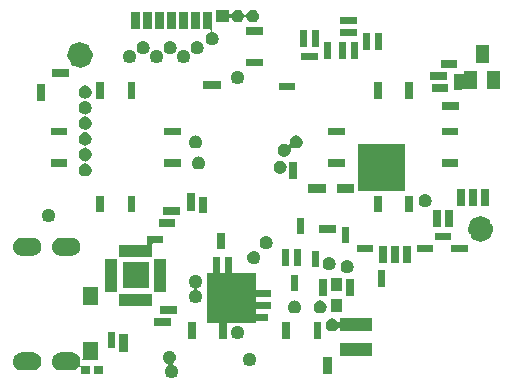
<source format=gbs>
G04 #@! TF.GenerationSoftware,KiCad,Pcbnew,5.1.5+dfsg1-2build2*
G04 #@! TF.CreationDate,2020-11-30T07:47:56+01:00*
G04 #@! TF.ProjectId,FunKey,46756e4b-6579-42e6-9b69-6361645f7063,E*
G04 #@! TF.SameCoordinates,Original*
G04 #@! TF.FileFunction,Soldermask,Bot*
G04 #@! TF.FilePolarity,Negative*
%FSLAX46Y46*%
G04 Gerber Fmt 4.6, Leading zero omitted, Abs format (unit mm)*
G04 Created by KiCad (PCBNEW 5.1.5+dfsg1-2build2) date 2020-11-30 07:47:56*
%MOMM*%
%LPD*%
G04 APERTURE LIST*
%ADD10C,0.127000*%
%ADD11C,1.100000*%
G04 APERTURE END LIST*
D10*
G36*
X109950000Y-56166000D02*
G01*
X105950000Y-56166000D01*
X105950000Y-60166000D01*
X109950000Y-60166000D01*
X109950000Y-56166000D01*
G37*
G36*
X93150000Y-67115000D02*
G01*
X93150000Y-71315000D01*
X97350000Y-71315000D01*
X97350000Y-67115000D01*
X93150000Y-67115000D01*
G37*
G36*
X80800000Y-64173000D02*
G01*
X81700000Y-64173000D01*
X81881173Y-64196852D01*
X82050000Y-64266782D01*
X82194975Y-64378025D01*
X82306218Y-64523000D01*
X82400000Y-64873000D01*
X82376148Y-65054173D01*
X82306218Y-65223000D01*
X82194975Y-65367975D01*
X82050000Y-65479218D01*
X81881173Y-65549148D01*
X81700000Y-65573000D01*
X80800000Y-65573000D01*
X80618827Y-65549148D01*
X80450000Y-65479218D01*
X80305025Y-65367975D01*
X80193782Y-65223000D01*
X80123852Y-65054173D01*
X80100000Y-64873000D01*
X80123852Y-64691827D01*
X80193782Y-64523000D01*
X80305025Y-64378025D01*
X80450000Y-64266782D01*
X80800000Y-64173000D01*
G37*
G36*
X80800000Y-73873000D02*
G01*
X81700000Y-73873000D01*
X81881173Y-73896852D01*
X82050000Y-73966782D01*
X82194975Y-74078025D01*
X82306218Y-74223000D01*
X82400000Y-74573000D01*
X82376148Y-74754173D01*
X82306218Y-74923000D01*
X82194975Y-75067975D01*
X82050000Y-75179218D01*
X81881173Y-75249148D01*
X81700000Y-75273000D01*
X80800000Y-75273000D01*
X80618827Y-75249148D01*
X80450000Y-75179218D01*
X80305025Y-75067975D01*
X80193782Y-74923000D01*
X80123852Y-74754173D01*
X80100000Y-74573000D01*
X80123852Y-74391827D01*
X80193782Y-74223000D01*
X80305025Y-74078025D01*
X80450000Y-73966782D01*
X80800000Y-73873000D01*
G37*
G36*
X77500000Y-64173000D02*
G01*
X78400000Y-64173000D01*
X78399999Y-64173000D01*
X78581172Y-64196852D01*
X78749999Y-64266782D01*
X78894974Y-64378025D01*
X79006217Y-64523000D01*
X79100000Y-64873000D01*
X79100000Y-64872999D01*
X79076148Y-65054173D01*
X79006218Y-65223000D01*
X78894975Y-65367975D01*
X78750000Y-65479218D01*
X78581174Y-65549149D01*
X78400000Y-65573000D01*
X77500000Y-65573000D01*
X77318827Y-65549148D01*
X77150000Y-65479218D01*
X77005025Y-65367975D01*
X76893782Y-65223000D01*
X76823852Y-65054173D01*
X76800000Y-64873000D01*
X76823852Y-64691827D01*
X76893782Y-64523000D01*
X77005025Y-64378025D01*
X77150000Y-64266782D01*
X77500000Y-64173000D01*
G37*
G36*
X77500000Y-73873000D02*
G01*
X78400000Y-73873000D01*
X78399999Y-73873000D01*
X78581172Y-73896852D01*
X78749999Y-73966782D01*
X78894974Y-74078025D01*
X79006217Y-74223000D01*
X79100000Y-74573000D01*
X79100000Y-74572999D01*
X79076148Y-74754173D01*
X79006218Y-74923000D01*
X78894975Y-75067975D01*
X78750000Y-75179218D01*
X78581174Y-75249149D01*
X78400000Y-75273000D01*
X77500000Y-75273000D01*
X77318827Y-75249148D01*
X77150000Y-75179218D01*
X77005025Y-75067975D01*
X76893782Y-74923000D01*
X76823852Y-74754173D01*
X76800000Y-74573000D01*
X76823852Y-74391827D01*
X76893782Y-74223000D01*
X77005025Y-74078025D01*
X77150000Y-73966782D01*
X77500000Y-73873000D01*
G37*
D11*
X82973000Y-48641000D02*
G75*
G03X82973000Y-48641000I-550000J0D01*
G01*
X116882000Y-63373000D02*
G75*
G03X116882000Y-63373000I-550000J0D01*
G01*
D10*
G36*
X90152859Y-73714566D02*
G01*
X90152861Y-73714567D01*
X90152862Y-73714567D01*
X90253102Y-73756087D01*
X90343314Y-73816366D01*
X90420034Y-73893086D01*
X90480313Y-73983298D01*
X90503607Y-74039536D01*
X90521834Y-74083541D01*
X90543000Y-74189950D01*
X90543000Y-74298449D01*
X90521833Y-74404862D01*
X90480313Y-74505102D01*
X90420034Y-74595314D01*
X90343314Y-74672034D01*
X90314567Y-74691242D01*
X90295633Y-74706781D01*
X90280088Y-74725723D01*
X90268536Y-74747334D01*
X90261423Y-74770783D01*
X90259021Y-74795169D01*
X90261423Y-74819555D01*
X90268535Y-74843004D01*
X90280086Y-74864615D01*
X90295631Y-74883557D01*
X90314573Y-74899102D01*
X90336184Y-74910654D01*
X90354824Y-74918375D01*
X90430902Y-74949887D01*
X90521114Y-75010166D01*
X90597834Y-75086886D01*
X90658113Y-75177098D01*
X90699633Y-75277338D01*
X90720800Y-75383751D01*
X90720800Y-75492249D01*
X90699633Y-75598662D01*
X90658113Y-75698902D01*
X90597834Y-75789114D01*
X90521114Y-75865834D01*
X90430902Y-75926113D01*
X90330662Y-75967633D01*
X90330661Y-75967633D01*
X90330659Y-75967634D01*
X90224250Y-75988800D01*
X90115750Y-75988800D01*
X90009341Y-75967634D01*
X90009339Y-75967633D01*
X90009338Y-75967633D01*
X89909098Y-75926113D01*
X89818886Y-75865834D01*
X89742166Y-75789114D01*
X89681887Y-75698902D01*
X89640367Y-75598662D01*
X89619200Y-75492249D01*
X89619200Y-75383751D01*
X89640367Y-75277338D01*
X89681887Y-75177098D01*
X89742166Y-75086886D01*
X89818886Y-75010166D01*
X89847633Y-74990958D01*
X89866567Y-74975419D01*
X89882112Y-74956477D01*
X89893664Y-74934866D01*
X89900777Y-74911417D01*
X89903179Y-74887031D01*
X89900777Y-74862645D01*
X89893665Y-74839196D01*
X89882114Y-74817585D01*
X89866569Y-74798643D01*
X89847627Y-74783098D01*
X89826016Y-74771546D01*
X89807376Y-74763825D01*
X89731298Y-74732313D01*
X89641086Y-74672034D01*
X89564366Y-74595314D01*
X89504087Y-74505102D01*
X89462567Y-74404862D01*
X89441400Y-74298449D01*
X89441400Y-74189950D01*
X89462566Y-74083541D01*
X89480793Y-74039536D01*
X89504087Y-73983298D01*
X89564366Y-73893086D01*
X89641086Y-73816366D01*
X89731298Y-73756087D01*
X89831538Y-73714567D01*
X89831539Y-73714567D01*
X89831541Y-73714566D01*
X89937950Y-73693400D01*
X90046450Y-73693400D01*
X90152859Y-73714566D01*
G37*
G36*
X103728800Y-75680800D02*
G01*
X103027200Y-75680800D01*
X103027200Y-74179200D01*
X103728800Y-74179200D01*
X103728800Y-75680800D01*
G37*
G36*
X81792029Y-73827632D02*
G01*
X81847182Y-73833064D01*
X81988709Y-73875996D01*
X81988711Y-73875997D01*
X82119139Y-73945712D01*
X82233464Y-74039536D01*
X82327288Y-74153861D01*
X82384737Y-74261341D01*
X82397004Y-74284291D01*
X82416586Y-74348844D01*
X82425962Y-74371477D01*
X82439576Y-74391852D01*
X82456903Y-74409179D01*
X82477277Y-74422792D01*
X82499916Y-74432170D01*
X82523949Y-74436950D01*
X82524986Y-74436950D01*
X82508305Y-74445866D01*
X82489363Y-74461411D01*
X82473818Y-74480353D01*
X82462267Y-74501964D01*
X82455154Y-74525413D01*
X82453354Y-74562051D01*
X82454432Y-74573000D01*
X82439936Y-74720184D01*
X82400885Y-74848915D01*
X82396104Y-74872949D01*
X82396104Y-74897453D01*
X82400884Y-74921486D01*
X82410262Y-74944125D01*
X82423875Y-74964499D01*
X82441202Y-74981826D01*
X82461576Y-74995440D01*
X82484215Y-75004817D01*
X82508249Y-75009598D01*
X82520501Y-75010200D01*
X83289800Y-75010200D01*
X83289800Y-75611800D01*
X82488200Y-75611800D01*
X82488200Y-75145416D01*
X82485798Y-75121030D01*
X82478685Y-75097581D01*
X82467134Y-75075970D01*
X82451589Y-75057028D01*
X82432647Y-75041483D01*
X82411036Y-75029932D01*
X82387587Y-75022819D01*
X82363201Y-75020417D01*
X82338815Y-75022819D01*
X82315366Y-75029932D01*
X82293755Y-75041483D01*
X82266576Y-75066117D01*
X82233464Y-75106464D01*
X82119139Y-75200288D01*
X81988711Y-75270003D01*
X81988709Y-75270004D01*
X81847182Y-75312936D01*
X81736878Y-75323800D01*
X80763122Y-75323800D01*
X80652818Y-75312936D01*
X80511291Y-75270004D01*
X80511289Y-75270003D01*
X80380861Y-75200288D01*
X80266536Y-75106464D01*
X80172712Y-74992139D01*
X80102997Y-74861711D01*
X80082812Y-74795169D01*
X80060064Y-74720182D01*
X80045568Y-74573000D01*
X80060064Y-74425818D01*
X80102996Y-74284291D01*
X80172713Y-74153860D01*
X80266536Y-74039536D01*
X80380860Y-73945713D01*
X80380859Y-73945713D01*
X80380861Y-73945712D01*
X80511289Y-73875997D01*
X80511291Y-73875996D01*
X80652818Y-73833064D01*
X80707971Y-73827632D01*
X80763122Y-73822200D01*
X81736878Y-73822200D01*
X81792029Y-73827632D01*
G37*
G36*
X84389800Y-75611800D02*
G01*
X83588200Y-75611800D01*
X83588200Y-75010200D01*
X84389800Y-75010200D01*
X84389800Y-75611800D01*
G37*
G36*
X78492029Y-73827632D02*
G01*
X78547182Y-73833064D01*
X78688709Y-73875996D01*
X78688711Y-73875997D01*
X78819139Y-73945712D01*
X78819141Y-73945713D01*
X78819140Y-73945713D01*
X78933464Y-74039536D01*
X79027287Y-74153860D01*
X79097004Y-74284291D01*
X79139936Y-74425818D01*
X79154432Y-74573000D01*
X79139936Y-74720182D01*
X79117189Y-74795169D01*
X79097003Y-74861711D01*
X79027288Y-74992139D01*
X78933464Y-75106464D01*
X78819139Y-75200288D01*
X78688711Y-75270003D01*
X78688709Y-75270004D01*
X78547182Y-75312936D01*
X78436878Y-75323800D01*
X77463122Y-75323800D01*
X77352818Y-75312936D01*
X77211291Y-75270004D01*
X77211289Y-75270003D01*
X77080861Y-75200288D01*
X76966536Y-75106464D01*
X76872712Y-74992139D01*
X76802997Y-74861711D01*
X76782812Y-74795169D01*
X76760064Y-74720182D01*
X76745568Y-74573000D01*
X76760064Y-74425818D01*
X76802996Y-74284291D01*
X76872713Y-74153860D01*
X76966536Y-74039536D01*
X77080860Y-73945713D01*
X77080859Y-73945713D01*
X77080861Y-73945712D01*
X77211289Y-73875997D01*
X77211291Y-73875996D01*
X77352818Y-73833064D01*
X77407971Y-73827632D01*
X77463122Y-73822200D01*
X78436878Y-73822200D01*
X78492029Y-73827632D01*
G37*
G36*
X96934659Y-73892366D02*
G01*
X96934661Y-73892367D01*
X96934662Y-73892367D01*
X97034902Y-73933887D01*
X97125114Y-73994166D01*
X97201834Y-74070886D01*
X97262113Y-74161098D01*
X97303633Y-74261338D01*
X97303634Y-74261341D01*
X97321038Y-74348838D01*
X97324800Y-74367751D01*
X97324800Y-74476249D01*
X97303633Y-74582662D01*
X97262113Y-74682902D01*
X97201834Y-74773114D01*
X97125114Y-74849834D01*
X97034902Y-74910113D01*
X96934662Y-74951633D01*
X96934661Y-74951633D01*
X96934659Y-74951634D01*
X96828250Y-74972800D01*
X96719750Y-74972800D01*
X96613341Y-74951634D01*
X96613339Y-74951633D01*
X96613338Y-74951633D01*
X96513098Y-74910113D01*
X96422886Y-74849834D01*
X96346166Y-74773114D01*
X96285887Y-74682902D01*
X96244367Y-74582662D01*
X96223200Y-74476249D01*
X96223200Y-74367751D01*
X96226962Y-74348838D01*
X96244366Y-74261341D01*
X96244367Y-74261338D01*
X96285887Y-74161098D01*
X96346166Y-74070886D01*
X96422886Y-73994166D01*
X96513098Y-73933887D01*
X96613338Y-73892367D01*
X96613339Y-73892367D01*
X96613341Y-73892366D01*
X96719750Y-73871200D01*
X96828250Y-73871200D01*
X96934659Y-73892366D01*
G37*
G36*
X83962800Y-74424800D02*
G01*
X82590278Y-74424800D01*
X82595125Y-74422792D01*
X82615500Y-74409178D01*
X82632827Y-74391851D01*
X82646440Y-74371477D01*
X82655818Y-74348838D01*
X82661200Y-74312553D01*
X82661200Y-72923200D01*
X83962800Y-72923200D01*
X83962800Y-74424800D01*
G37*
G36*
X107141800Y-74167300D02*
G01*
X104440200Y-74167300D01*
X104440200Y-73065700D01*
X107141800Y-73065700D01*
X107141800Y-74167300D01*
G37*
G36*
X86456800Y-73775800D02*
G01*
X85755200Y-73775800D01*
X85755200Y-72274200D01*
X86456800Y-72274200D01*
X86456800Y-73775800D01*
G37*
G36*
X85394800Y-73456800D02*
G01*
X84785200Y-73456800D01*
X84785200Y-72085200D01*
X85394800Y-72085200D01*
X85394800Y-73456800D01*
G37*
G36*
X95918659Y-71606366D02*
G01*
X95918661Y-71606367D01*
X95918662Y-71606367D01*
X96018902Y-71647887D01*
X96109114Y-71708166D01*
X96185834Y-71784886D01*
X96246113Y-71875098D01*
X96284718Y-71968300D01*
X96287634Y-71975341D01*
X96308800Y-72081750D01*
X96308800Y-72190249D01*
X96287633Y-72296662D01*
X96246113Y-72396902D01*
X96185834Y-72487114D01*
X96109114Y-72563834D01*
X96018902Y-72624113D01*
X95918662Y-72665633D01*
X95918661Y-72665633D01*
X95918659Y-72665634D01*
X95812250Y-72686800D01*
X95703750Y-72686800D01*
X95597341Y-72665634D01*
X95597339Y-72665633D01*
X95597338Y-72665633D01*
X95497098Y-72624113D01*
X95406886Y-72563834D01*
X95330166Y-72487114D01*
X95269887Y-72396902D01*
X95228367Y-72296662D01*
X95207200Y-72190249D01*
X95207200Y-72081750D01*
X95228366Y-71975341D01*
X95231282Y-71968300D01*
X95269887Y-71875098D01*
X95330166Y-71784886D01*
X95406886Y-71708166D01*
X95497098Y-71647887D01*
X95597338Y-71606367D01*
X95597339Y-71606367D01*
X95597341Y-71606366D01*
X95703750Y-71585200D01*
X95812250Y-71585200D01*
X95918659Y-71606366D01*
G37*
G36*
X100200800Y-72650800D02*
G01*
X99549200Y-72650800D01*
X99549200Y-71249200D01*
X100200800Y-71249200D01*
X100200800Y-72650800D01*
G37*
G36*
X102850800Y-72650800D02*
G01*
X102199200Y-72650800D01*
X102199200Y-71249200D01*
X102850800Y-71249200D01*
X102850800Y-72650800D01*
G37*
G36*
X94850800Y-72650800D02*
G01*
X94199200Y-72650800D01*
X94199200Y-71249200D01*
X94850800Y-71249200D01*
X94850800Y-72650800D01*
G37*
G36*
X92200800Y-72650800D02*
G01*
X91549200Y-72650800D01*
X91549200Y-71249200D01*
X92200800Y-71249200D01*
X92200800Y-72650800D01*
G37*
G36*
X107141800Y-71968300D02*
G01*
X104440200Y-71968300D01*
X104440200Y-71884992D01*
X104437798Y-71860606D01*
X104430685Y-71837157D01*
X104419134Y-71815546D01*
X104403589Y-71796604D01*
X104384647Y-71781059D01*
X104363036Y-71769508D01*
X104339587Y-71762395D01*
X104315201Y-71759993D01*
X104290815Y-71762395D01*
X104267366Y-71769508D01*
X104245755Y-71781059D01*
X104226813Y-71796604D01*
X104211271Y-71815543D01*
X104186834Y-71852114D01*
X104110114Y-71928834D01*
X104019902Y-71989113D01*
X103919662Y-72030633D01*
X103919661Y-72030633D01*
X103919659Y-72030634D01*
X103813250Y-72051800D01*
X103704750Y-72051800D01*
X103598341Y-72030634D01*
X103598339Y-72030633D01*
X103598338Y-72030633D01*
X103498098Y-71989113D01*
X103407886Y-71928834D01*
X103331166Y-71852114D01*
X103270887Y-71761902D01*
X103229367Y-71661662D01*
X103214158Y-71585200D01*
X103208200Y-71555250D01*
X103208200Y-71446750D01*
X103229366Y-71340341D01*
X103229367Y-71340338D01*
X103270887Y-71240098D01*
X103331166Y-71149886D01*
X103407886Y-71073166D01*
X103498098Y-71012887D01*
X103598338Y-70971367D01*
X103598339Y-70971367D01*
X103598341Y-70971366D01*
X103704750Y-70950200D01*
X103813250Y-70950200D01*
X103919659Y-70971366D01*
X103919661Y-70971367D01*
X103919662Y-70971367D01*
X104019902Y-71012887D01*
X104110114Y-71073166D01*
X104186834Y-71149886D01*
X104200809Y-71170800D01*
X104211268Y-71186454D01*
X104226813Y-71205396D01*
X104245755Y-71220941D01*
X104267366Y-71232492D01*
X104290815Y-71239605D01*
X104315201Y-71242007D01*
X104339587Y-71239605D01*
X104363036Y-71232492D01*
X104384647Y-71220941D01*
X104403589Y-71205396D01*
X104419134Y-71186454D01*
X104430685Y-71164843D01*
X104437798Y-71141394D01*
X104440200Y-71117008D01*
X104440200Y-70866700D01*
X107141800Y-70866700D01*
X107141800Y-71968300D01*
G37*
G36*
X90158800Y-71597800D02*
G01*
X88657200Y-71597800D01*
X88657200Y-70896200D01*
X90158800Y-70896200D01*
X90158800Y-71597800D01*
G37*
G36*
X96553725Y-70073065D02*
G01*
X96618440Y-70099871D01*
X96676682Y-70138787D01*
X96726213Y-70188318D01*
X96765129Y-70246560D01*
X96791935Y-70311275D01*
X96805600Y-70379976D01*
X96805600Y-70436201D01*
X96808002Y-70460587D01*
X96815115Y-70484036D01*
X96826666Y-70505647D01*
X96842211Y-70524589D01*
X96861153Y-70540134D01*
X96882764Y-70551685D01*
X96906213Y-70558798D01*
X96930599Y-70561200D01*
X98348800Y-70561200D01*
X98348800Y-71170800D01*
X96977200Y-71170800D01*
X96977200Y-70678118D01*
X96974798Y-70653732D01*
X96967685Y-70630283D01*
X96956134Y-70608672D01*
X96940589Y-70589730D01*
X96921647Y-70574185D01*
X96900036Y-70562634D01*
X96876587Y-70555521D01*
X96852201Y-70553119D01*
X96827815Y-70555521D01*
X96804366Y-70562634D01*
X96782755Y-70574185D01*
X96763813Y-70589730D01*
X96748276Y-70608662D01*
X96726213Y-70641682D01*
X96676682Y-70691213D01*
X96618440Y-70730129D01*
X96553725Y-70756935D01*
X96485024Y-70770600D01*
X96414976Y-70770600D01*
X96346275Y-70756935D01*
X96281560Y-70730129D01*
X96223318Y-70691213D01*
X96173787Y-70641682D01*
X96134871Y-70583440D01*
X96108065Y-70518725D01*
X96094400Y-70450024D01*
X96094400Y-70379976D01*
X96108065Y-70311275D01*
X96134871Y-70246560D01*
X96173787Y-70188318D01*
X96223318Y-70138787D01*
X96281560Y-70099871D01*
X96346275Y-70073065D01*
X96414976Y-70059400D01*
X96485024Y-70059400D01*
X96553725Y-70073065D01*
G37*
G36*
X95353725Y-70073065D02*
G01*
X95418440Y-70099871D01*
X95476682Y-70138787D01*
X95526213Y-70188318D01*
X95565129Y-70246560D01*
X95591935Y-70311275D01*
X95605600Y-70379976D01*
X95605600Y-70450024D01*
X95591935Y-70518725D01*
X95565129Y-70583440D01*
X95526213Y-70641682D01*
X95476682Y-70691213D01*
X95418440Y-70730129D01*
X95353725Y-70756935D01*
X95285024Y-70770600D01*
X95214976Y-70770600D01*
X95146275Y-70756935D01*
X95081560Y-70730129D01*
X95023318Y-70691213D01*
X94973787Y-70641682D01*
X94934871Y-70583440D01*
X94908065Y-70518725D01*
X94894400Y-70450024D01*
X94894400Y-70379976D01*
X94908065Y-70311275D01*
X94934871Y-70246560D01*
X94973787Y-70188318D01*
X95023318Y-70138787D01*
X95081560Y-70099871D01*
X95146275Y-70073065D01*
X95214976Y-70059400D01*
X95285024Y-70059400D01*
X95353725Y-70073065D01*
G37*
G36*
X94153725Y-70073065D02*
G01*
X94218440Y-70099871D01*
X94276682Y-70138787D01*
X94326213Y-70188318D01*
X94365129Y-70246560D01*
X94391935Y-70311275D01*
X94405600Y-70379976D01*
X94405600Y-70450024D01*
X94391935Y-70518725D01*
X94365129Y-70583440D01*
X94326213Y-70641682D01*
X94276682Y-70691213D01*
X94218440Y-70730129D01*
X94153725Y-70756935D01*
X94085024Y-70770600D01*
X94014976Y-70770600D01*
X93946275Y-70756935D01*
X93881560Y-70730129D01*
X93823318Y-70691213D01*
X93773787Y-70641682D01*
X93734871Y-70583440D01*
X93708065Y-70518725D01*
X93694400Y-70450024D01*
X93694400Y-70379976D01*
X93708065Y-70311275D01*
X93734871Y-70246560D01*
X93773787Y-70188318D01*
X93823318Y-70138787D01*
X93881560Y-70099871D01*
X93946275Y-70073065D01*
X94014976Y-70059400D01*
X94085024Y-70059400D01*
X94153725Y-70073065D01*
G37*
G36*
X90601800Y-70535800D02*
G01*
X89230200Y-70535800D01*
X89230200Y-69926200D01*
X90601800Y-69926200D01*
X90601800Y-70535800D01*
G37*
G36*
X100744659Y-69447366D02*
G01*
X100744661Y-69447367D01*
X100744662Y-69447367D01*
X100844902Y-69488887D01*
X100935114Y-69549166D01*
X101011834Y-69625886D01*
X101072113Y-69716098D01*
X101113633Y-69816338D01*
X101113634Y-69816341D01*
X101134800Y-69922750D01*
X101134800Y-70031250D01*
X101121151Y-70099870D01*
X101113633Y-70137662D01*
X101072113Y-70237902D01*
X101011834Y-70328114D01*
X100935114Y-70404834D01*
X100844902Y-70465113D01*
X100744662Y-70506633D01*
X100744661Y-70506633D01*
X100744659Y-70506634D01*
X100638250Y-70527800D01*
X100529750Y-70527800D01*
X100423341Y-70506634D01*
X100423339Y-70506633D01*
X100423338Y-70506633D01*
X100323098Y-70465113D01*
X100232886Y-70404834D01*
X100156166Y-70328114D01*
X100095887Y-70237902D01*
X100054367Y-70137662D01*
X100046850Y-70099870D01*
X100033200Y-70031250D01*
X100033200Y-69922750D01*
X100054366Y-69816341D01*
X100054367Y-69816338D01*
X100095887Y-69716098D01*
X100156166Y-69625886D01*
X100232886Y-69549166D01*
X100323098Y-69488887D01*
X100423338Y-69447367D01*
X100423339Y-69447367D01*
X100423341Y-69447366D01*
X100529750Y-69426200D01*
X100638250Y-69426200D01*
X100744659Y-69447366D01*
G37*
G36*
X102903659Y-69447366D02*
G01*
X102903661Y-69447367D01*
X102903662Y-69447367D01*
X103003902Y-69488887D01*
X103094114Y-69549166D01*
X103170834Y-69625886D01*
X103231113Y-69716098D01*
X103272633Y-69816338D01*
X103272634Y-69816341D01*
X103293800Y-69922750D01*
X103293800Y-70031250D01*
X103280151Y-70099870D01*
X103272633Y-70137662D01*
X103231113Y-70237902D01*
X103170834Y-70328114D01*
X103094114Y-70404834D01*
X103003902Y-70465113D01*
X102903662Y-70506633D01*
X102903661Y-70506633D01*
X102903659Y-70506634D01*
X102797250Y-70527800D01*
X102688750Y-70527800D01*
X102582341Y-70506634D01*
X102582339Y-70506633D01*
X102582338Y-70506633D01*
X102482098Y-70465113D01*
X102391886Y-70404834D01*
X102315166Y-70328114D01*
X102254887Y-70237902D01*
X102213367Y-70137662D01*
X102205850Y-70099870D01*
X102192200Y-70031250D01*
X102192200Y-69922750D01*
X102213366Y-69816341D01*
X102213367Y-69816338D01*
X102254887Y-69716098D01*
X102315166Y-69625886D01*
X102391886Y-69549166D01*
X102482098Y-69488887D01*
X102582338Y-69447367D01*
X102582339Y-69447367D01*
X102582341Y-69447366D01*
X102688750Y-69426200D01*
X102797250Y-69426200D01*
X102903659Y-69447366D01*
G37*
G36*
X104571800Y-70408800D02*
G01*
X103708200Y-70408800D01*
X103708200Y-69291200D01*
X104571800Y-69291200D01*
X104571800Y-70408800D01*
G37*
G36*
X98602800Y-70154800D02*
G01*
X97231200Y-70154800D01*
X97231200Y-69545200D01*
X98602800Y-69545200D01*
X98602800Y-70154800D01*
G37*
G36*
X88542800Y-69860800D02*
G01*
X85701200Y-69860800D01*
X85701200Y-68859200D01*
X88542800Y-68859200D01*
X88542800Y-69860800D01*
G37*
G36*
X83962800Y-69824800D02*
G01*
X82661200Y-69824800D01*
X82661200Y-68323200D01*
X83962800Y-68323200D01*
X83962800Y-69824800D01*
G37*
G36*
X92362659Y-67288366D02*
G01*
X92362661Y-67288367D01*
X92362662Y-67288367D01*
X92462902Y-67329887D01*
X92553114Y-67390166D01*
X92629834Y-67466886D01*
X92690113Y-67557098D01*
X92724534Y-67640200D01*
X92731634Y-67657341D01*
X92752800Y-67763750D01*
X92752800Y-67872250D01*
X92745038Y-67911274D01*
X92731633Y-67978662D01*
X92690113Y-68078902D01*
X92629834Y-68169114D01*
X92553114Y-68245834D01*
X92462902Y-68306113D01*
X92387087Y-68337516D01*
X92365477Y-68349068D01*
X92346535Y-68364613D01*
X92330990Y-68383555D01*
X92319439Y-68405166D01*
X92312326Y-68428615D01*
X92309924Y-68453001D01*
X92312326Y-68477387D01*
X92319439Y-68500836D01*
X92330991Y-68522446D01*
X92346536Y-68541388D01*
X92365478Y-68556933D01*
X92387087Y-68568484D01*
X92462902Y-68599887D01*
X92553114Y-68660166D01*
X92629834Y-68736886D01*
X92690113Y-68827098D01*
X92720256Y-68899871D01*
X92731634Y-68927341D01*
X92752800Y-69033750D01*
X92752800Y-69142250D01*
X92745296Y-69179977D01*
X92731633Y-69248662D01*
X92690113Y-69348902D01*
X92629834Y-69439114D01*
X92553114Y-69515834D01*
X92462902Y-69576113D01*
X92362662Y-69617633D01*
X92362661Y-69617633D01*
X92362659Y-69617634D01*
X92256250Y-69638800D01*
X92147750Y-69638800D01*
X92041341Y-69617634D01*
X92041339Y-69617633D01*
X92041338Y-69617633D01*
X91941098Y-69576113D01*
X91850886Y-69515834D01*
X91774166Y-69439114D01*
X91713887Y-69348902D01*
X91672367Y-69248662D01*
X91658705Y-69179977D01*
X91651200Y-69142250D01*
X91651200Y-69033750D01*
X91672366Y-68927341D01*
X91683744Y-68899871D01*
X91713887Y-68827098D01*
X91774166Y-68736886D01*
X91850886Y-68660166D01*
X91941098Y-68599887D01*
X92016913Y-68568484D01*
X92038523Y-68556932D01*
X92057465Y-68541387D01*
X92073010Y-68522445D01*
X92084561Y-68500834D01*
X92091674Y-68477385D01*
X92094076Y-68452999D01*
X92091674Y-68428613D01*
X92084561Y-68405164D01*
X92073009Y-68383554D01*
X92057464Y-68364612D01*
X92038522Y-68349067D01*
X92016913Y-68337516D01*
X91941098Y-68306113D01*
X91850886Y-68245834D01*
X91774166Y-68169114D01*
X91713887Y-68078902D01*
X91672367Y-67978662D01*
X91658963Y-67911274D01*
X91651200Y-67872250D01*
X91651200Y-67763750D01*
X91672366Y-67657341D01*
X91679466Y-67640200D01*
X91713887Y-67557098D01*
X91774166Y-67466886D01*
X91850886Y-67390166D01*
X91941098Y-67329887D01*
X92041338Y-67288367D01*
X92041339Y-67288367D01*
X92041341Y-67288366D01*
X92147750Y-67267200D01*
X92256250Y-67267200D01*
X92362659Y-67288366D01*
G37*
G36*
X96553725Y-68873065D02*
G01*
X96618440Y-68899871D01*
X96676682Y-68938787D01*
X96726213Y-68988318D01*
X96765129Y-69046560D01*
X96791935Y-69111275D01*
X96805600Y-69179976D01*
X96805600Y-69250024D01*
X96791935Y-69318725D01*
X96765129Y-69383440D01*
X96726213Y-69441682D01*
X96676682Y-69491213D01*
X96618440Y-69530129D01*
X96553725Y-69556935D01*
X96485024Y-69570600D01*
X96414976Y-69570600D01*
X96346275Y-69556935D01*
X96281560Y-69530129D01*
X96223318Y-69491213D01*
X96173787Y-69441682D01*
X96134871Y-69383440D01*
X96108065Y-69318725D01*
X96094400Y-69250024D01*
X96094400Y-69179976D01*
X96108065Y-69111275D01*
X96134871Y-69046560D01*
X96173787Y-68988318D01*
X96223318Y-68938787D01*
X96281560Y-68899871D01*
X96346275Y-68873065D01*
X96414976Y-68859400D01*
X96485024Y-68859400D01*
X96553725Y-68873065D01*
G37*
G36*
X95353725Y-68873065D02*
G01*
X95418440Y-68899871D01*
X95476682Y-68938787D01*
X95526213Y-68988318D01*
X95565129Y-69046560D01*
X95591935Y-69111275D01*
X95605600Y-69179976D01*
X95605600Y-69250024D01*
X95591935Y-69318725D01*
X95565129Y-69383440D01*
X95526213Y-69441682D01*
X95476682Y-69491213D01*
X95418440Y-69530129D01*
X95353725Y-69556935D01*
X95285024Y-69570600D01*
X95214976Y-69570600D01*
X95146275Y-69556935D01*
X95081560Y-69530129D01*
X95023318Y-69491213D01*
X94973787Y-69441682D01*
X94934871Y-69383440D01*
X94908065Y-69318725D01*
X94894400Y-69250024D01*
X94894400Y-69179976D01*
X94908065Y-69111275D01*
X94934871Y-69046560D01*
X94973787Y-68988318D01*
X95023318Y-68938787D01*
X95081560Y-68899871D01*
X95146275Y-68873065D01*
X95214976Y-68859400D01*
X95285024Y-68859400D01*
X95353725Y-68873065D01*
G37*
G36*
X94153725Y-68873065D02*
G01*
X94218440Y-68899871D01*
X94276682Y-68938787D01*
X94326213Y-68988318D01*
X94365129Y-69046560D01*
X94391935Y-69111275D01*
X94405600Y-69179976D01*
X94405600Y-69250024D01*
X94391935Y-69318725D01*
X94365129Y-69383440D01*
X94326213Y-69441682D01*
X94276682Y-69491213D01*
X94218440Y-69530129D01*
X94153725Y-69556935D01*
X94085024Y-69570600D01*
X94014976Y-69570600D01*
X93946275Y-69556935D01*
X93881560Y-69530129D01*
X93823318Y-69491213D01*
X93773787Y-69441682D01*
X93734871Y-69383440D01*
X93708065Y-69318725D01*
X93694400Y-69250024D01*
X93694400Y-69179976D01*
X93708065Y-69111275D01*
X93734871Y-69046560D01*
X93773787Y-68988318D01*
X93823318Y-68938787D01*
X93881560Y-68899871D01*
X93946275Y-68873065D01*
X94014976Y-68859400D01*
X94085024Y-68859400D01*
X94153725Y-68873065D01*
G37*
G36*
X98602800Y-69138800D02*
G01*
X97231200Y-69138800D01*
X97231200Y-68529200D01*
X98602800Y-68529200D01*
X98602800Y-69138800D01*
G37*
G36*
X103301800Y-69011800D02*
G01*
X102692200Y-69011800D01*
X102692200Y-67640200D01*
X103301800Y-67640200D01*
X103301800Y-69011800D01*
G37*
G36*
X105587800Y-69011800D02*
G01*
X104978200Y-69011800D01*
X104978200Y-67640200D01*
X105587800Y-67640200D01*
X105587800Y-69011800D01*
G37*
G36*
X89672800Y-68730800D02*
G01*
X88671200Y-68730800D01*
X88671200Y-65889200D01*
X89672800Y-65889200D01*
X89672800Y-68730800D01*
G37*
G36*
X85572800Y-68730800D02*
G01*
X84571200Y-68730800D01*
X84571200Y-65889200D01*
X85572800Y-65889200D01*
X85572800Y-68730800D01*
G37*
G36*
X104571800Y-68630800D02*
G01*
X103708200Y-68630800D01*
X103708200Y-67513200D01*
X104571800Y-67513200D01*
X104571800Y-68630800D01*
G37*
G36*
X100888800Y-68630800D02*
G01*
X100279200Y-68630800D01*
X100279200Y-67259200D01*
X100888800Y-67259200D01*
X100888800Y-68630800D01*
G37*
G36*
X88222800Y-68410800D02*
G01*
X86021200Y-68410800D01*
X86021200Y-66209200D01*
X88222800Y-66209200D01*
X88222800Y-68410800D01*
G37*
G36*
X96553725Y-67673065D02*
G01*
X96618440Y-67699871D01*
X96676682Y-67738787D01*
X96726213Y-67788318D01*
X96765129Y-67846560D01*
X96791935Y-67911275D01*
X96805600Y-67979976D01*
X96805600Y-68050024D01*
X96791935Y-68118725D01*
X96765129Y-68183440D01*
X96726213Y-68241682D01*
X96676682Y-68291213D01*
X96618440Y-68330129D01*
X96553725Y-68356935D01*
X96485024Y-68370600D01*
X96414976Y-68370600D01*
X96346275Y-68356935D01*
X96281560Y-68330129D01*
X96223318Y-68291213D01*
X96173787Y-68241682D01*
X96134871Y-68183440D01*
X96108065Y-68118725D01*
X96094400Y-68050024D01*
X96094400Y-67979976D01*
X96108065Y-67911275D01*
X96134871Y-67846560D01*
X96173787Y-67788318D01*
X96223318Y-67738787D01*
X96281560Y-67699871D01*
X96346275Y-67673065D01*
X96414976Y-67659400D01*
X96485024Y-67659400D01*
X96553725Y-67673065D01*
G37*
G36*
X94153725Y-67673065D02*
G01*
X94218440Y-67699871D01*
X94276682Y-67738787D01*
X94326213Y-67788318D01*
X94365129Y-67846560D01*
X94391935Y-67911275D01*
X94405600Y-67979976D01*
X94405600Y-68050024D01*
X94391935Y-68118725D01*
X94365129Y-68183440D01*
X94326213Y-68241682D01*
X94276682Y-68291213D01*
X94218440Y-68330129D01*
X94153725Y-68356935D01*
X94085024Y-68370600D01*
X94014976Y-68370600D01*
X93946275Y-68356935D01*
X93881560Y-68330129D01*
X93823318Y-68291213D01*
X93773787Y-68241682D01*
X93734871Y-68183440D01*
X93708065Y-68118725D01*
X93694400Y-68050024D01*
X93694400Y-67979976D01*
X93708065Y-67911275D01*
X93734871Y-67846560D01*
X93773787Y-67788318D01*
X93823318Y-67738787D01*
X93881560Y-67699871D01*
X93946275Y-67673065D01*
X94014976Y-67659400D01*
X94085024Y-67659400D01*
X94153725Y-67673065D01*
G37*
G36*
X95353725Y-67673065D02*
G01*
X95418440Y-67699871D01*
X95476682Y-67738787D01*
X95526213Y-67788318D01*
X95565129Y-67846560D01*
X95591935Y-67911275D01*
X95605600Y-67979976D01*
X95605600Y-68050024D01*
X95591935Y-68118725D01*
X95565129Y-68183440D01*
X95526213Y-68241682D01*
X95476682Y-68291213D01*
X95418440Y-68330129D01*
X95353725Y-68356935D01*
X95285024Y-68370600D01*
X95214976Y-68370600D01*
X95146275Y-68356935D01*
X95081560Y-68330129D01*
X95023318Y-68291213D01*
X94973787Y-68241682D01*
X94934871Y-68183440D01*
X94908065Y-68118725D01*
X94894400Y-68050024D01*
X94894400Y-67979976D01*
X94908065Y-67911275D01*
X94934871Y-67846560D01*
X94973787Y-67788318D01*
X95023318Y-67738787D01*
X95081560Y-67699871D01*
X95146275Y-67673065D01*
X95214976Y-67659400D01*
X95285024Y-67659400D01*
X95353725Y-67673065D01*
G37*
G36*
X108254800Y-68249800D02*
G01*
X107645200Y-68249800D01*
X107645200Y-66878200D01*
X108254800Y-66878200D01*
X108254800Y-68249800D01*
G37*
G36*
X95300800Y-67106800D02*
G01*
X94691200Y-67106800D01*
X94691200Y-65735200D01*
X95300800Y-65735200D01*
X95300800Y-67106800D01*
G37*
G36*
X94284800Y-67106800D02*
G01*
X93675200Y-67106800D01*
X93675200Y-65735200D01*
X94284800Y-65735200D01*
X94284800Y-67106800D01*
G37*
G36*
X105189659Y-66018366D02*
G01*
X105189661Y-66018367D01*
X105189662Y-66018367D01*
X105289902Y-66059887D01*
X105380114Y-66120166D01*
X105456834Y-66196886D01*
X105517113Y-66287098D01*
X105558633Y-66387338D01*
X105558634Y-66387341D01*
X105572024Y-66454659D01*
X105579800Y-66493751D01*
X105579800Y-66602249D01*
X105558633Y-66708662D01*
X105517113Y-66808902D01*
X105456834Y-66899114D01*
X105380114Y-66975834D01*
X105289902Y-67036113D01*
X105189662Y-67077633D01*
X105189661Y-67077633D01*
X105189659Y-67077634D01*
X105083250Y-67098800D01*
X104974750Y-67098800D01*
X104868341Y-67077634D01*
X104868339Y-67077633D01*
X104868338Y-67077633D01*
X104768098Y-67036113D01*
X104677886Y-66975834D01*
X104601166Y-66899114D01*
X104540887Y-66808902D01*
X104499367Y-66708662D01*
X104478200Y-66602249D01*
X104478200Y-66493751D01*
X104485976Y-66454659D01*
X104499366Y-66387341D01*
X104499367Y-66387338D01*
X104540887Y-66287098D01*
X104601166Y-66196886D01*
X104677886Y-66120166D01*
X104768098Y-66059887D01*
X104868338Y-66018367D01*
X104868339Y-66018367D01*
X104868341Y-66018366D01*
X104974750Y-65997200D01*
X105083250Y-65997200D01*
X105189659Y-66018366D01*
G37*
G36*
X103665659Y-65764366D02*
G01*
X103665661Y-65764367D01*
X103665662Y-65764367D01*
X103765902Y-65805887D01*
X103856114Y-65866166D01*
X103932834Y-65942886D01*
X103993113Y-66033098D01*
X104029177Y-66120166D01*
X104034634Y-66133341D01*
X104055800Y-66239750D01*
X104055800Y-66348250D01*
X104047655Y-66389200D01*
X104034633Y-66454662D01*
X103993113Y-66554902D01*
X103932834Y-66645114D01*
X103856114Y-66721834D01*
X103765902Y-66782113D01*
X103665662Y-66823633D01*
X103665661Y-66823633D01*
X103665659Y-66823634D01*
X103559250Y-66844800D01*
X103450750Y-66844800D01*
X103344341Y-66823634D01*
X103344339Y-66823633D01*
X103344338Y-66823633D01*
X103244098Y-66782113D01*
X103153886Y-66721834D01*
X103077166Y-66645114D01*
X103016887Y-66554902D01*
X102975367Y-66454662D01*
X102962346Y-66389200D01*
X102954200Y-66348250D01*
X102954200Y-66239750D01*
X102975366Y-66133341D01*
X102980823Y-66120166D01*
X103016887Y-66033098D01*
X103077166Y-65942886D01*
X103153886Y-65866166D01*
X103244098Y-65805887D01*
X103344338Y-65764367D01*
X103344339Y-65764367D01*
X103344341Y-65764366D01*
X103450750Y-65743200D01*
X103559250Y-65743200D01*
X103665659Y-65764366D01*
G37*
G36*
X102666800Y-66598800D02*
G01*
X102057200Y-66598800D01*
X102057200Y-65227200D01*
X102666800Y-65227200D01*
X102666800Y-66598800D01*
G37*
G36*
X101142800Y-66471800D02*
G01*
X100533200Y-66471800D01*
X100533200Y-65100200D01*
X101142800Y-65100200D01*
X101142800Y-66471800D01*
G37*
G36*
X100126800Y-66471800D02*
G01*
X99517200Y-66471800D01*
X99517200Y-65100200D01*
X100126800Y-65100200D01*
X100126800Y-66471800D01*
G37*
G36*
X97290259Y-65256366D02*
G01*
X97290261Y-65256367D01*
X97290262Y-65256367D01*
X97390502Y-65297887D01*
X97480714Y-65358166D01*
X97557434Y-65434886D01*
X97617713Y-65525098D01*
X97659233Y-65625338D01*
X97680400Y-65731751D01*
X97680400Y-65840249D01*
X97659233Y-65946662D01*
X97617713Y-66046902D01*
X97557434Y-66137114D01*
X97480714Y-66213834D01*
X97390502Y-66274113D01*
X97290262Y-66315633D01*
X97290261Y-66315633D01*
X97290259Y-66315634D01*
X97183850Y-66336800D01*
X97075350Y-66336800D01*
X96968941Y-66315634D01*
X96968939Y-66315633D01*
X96968938Y-66315633D01*
X96868698Y-66274113D01*
X96778486Y-66213834D01*
X96701766Y-66137114D01*
X96641487Y-66046902D01*
X96599967Y-65946662D01*
X96578800Y-65840249D01*
X96578800Y-65731751D01*
X96599967Y-65625338D01*
X96641487Y-65525098D01*
X96701766Y-65434886D01*
X96778486Y-65358166D01*
X96868698Y-65297887D01*
X96968938Y-65256367D01*
X96968939Y-65256367D01*
X96968941Y-65256366D01*
X97075350Y-65235200D01*
X97183850Y-65235200D01*
X97290259Y-65256366D01*
G37*
G36*
X110413800Y-66217800D02*
G01*
X109804200Y-66217800D01*
X109804200Y-64846200D01*
X110413800Y-64846200D01*
X110413800Y-66217800D01*
G37*
G36*
X108381800Y-66217800D02*
G01*
X107772200Y-66217800D01*
X107772200Y-64846200D01*
X108381800Y-64846200D01*
X108381800Y-66217800D01*
G37*
G36*
X109397800Y-66217800D02*
G01*
X108788200Y-66217800D01*
X108788200Y-64846200D01*
X109397800Y-64846200D01*
X109397800Y-66217800D01*
G37*
G36*
X89458800Y-64566800D02*
G01*
X88667799Y-64566800D01*
X88643413Y-64569202D01*
X88619964Y-64576315D01*
X88598353Y-64587866D01*
X88579411Y-64603411D01*
X88563866Y-64622353D01*
X88552315Y-64643964D01*
X88545202Y-64667413D01*
X88542800Y-64691799D01*
X88542800Y-65760800D01*
X85701200Y-65760800D01*
X85701200Y-64759200D01*
X87962201Y-64759200D01*
X87986587Y-64756798D01*
X88010036Y-64749685D01*
X88031647Y-64738134D01*
X88050589Y-64722589D01*
X88066134Y-64703647D01*
X88077685Y-64682036D01*
X88084798Y-64658587D01*
X88087200Y-64634201D01*
X88087200Y-63957200D01*
X89458800Y-63957200D01*
X89458800Y-64566800D01*
G37*
G36*
X81847182Y-64133064D02*
G01*
X81988709Y-64175996D01*
X81988711Y-64175997D01*
X82119139Y-64245712D01*
X82233464Y-64339536D01*
X82327288Y-64453861D01*
X82387655Y-64566800D01*
X82397004Y-64584291D01*
X82439936Y-64725818D01*
X82454432Y-64873000D01*
X82439936Y-65020182D01*
X82415663Y-65100200D01*
X82397003Y-65161711D01*
X82327288Y-65292139D01*
X82233464Y-65406464D01*
X82119139Y-65500288D01*
X81988711Y-65570003D01*
X81988709Y-65570004D01*
X81847182Y-65612936D01*
X81792029Y-65618368D01*
X81736878Y-65623800D01*
X80763122Y-65623800D01*
X80707971Y-65618368D01*
X80652818Y-65612936D01*
X80511291Y-65570004D01*
X80511289Y-65570003D01*
X80380861Y-65500288D01*
X80266536Y-65406464D01*
X80172712Y-65292139D01*
X80102997Y-65161711D01*
X80084338Y-65100200D01*
X80060064Y-65020182D01*
X80045568Y-64873000D01*
X80060064Y-64725818D01*
X80102996Y-64584291D01*
X80112345Y-64566800D01*
X80172712Y-64453861D01*
X80266536Y-64339536D01*
X80380861Y-64245712D01*
X80511289Y-64175997D01*
X80511291Y-64175996D01*
X80652818Y-64133064D01*
X80763122Y-64122200D01*
X81736878Y-64122200D01*
X81847182Y-64133064D01*
G37*
G36*
X78547182Y-64133064D02*
G01*
X78688709Y-64175996D01*
X78688711Y-64175997D01*
X78819139Y-64245712D01*
X78933464Y-64339536D01*
X79027288Y-64453861D01*
X79087655Y-64566800D01*
X79097004Y-64584291D01*
X79139936Y-64725818D01*
X79154432Y-64873000D01*
X79139936Y-65020182D01*
X79115663Y-65100200D01*
X79097003Y-65161711D01*
X79027288Y-65292139D01*
X78933464Y-65406464D01*
X78819139Y-65500288D01*
X78688711Y-65570003D01*
X78688709Y-65570004D01*
X78547182Y-65612936D01*
X78492029Y-65618368D01*
X78436878Y-65623800D01*
X77463122Y-65623800D01*
X77407971Y-65618368D01*
X77352818Y-65612936D01*
X77211291Y-65570004D01*
X77211289Y-65570003D01*
X77080861Y-65500288D01*
X76966536Y-65406464D01*
X76872712Y-65292139D01*
X76802997Y-65161711D01*
X76784338Y-65100200D01*
X76760064Y-65020182D01*
X76745568Y-64873000D01*
X76760064Y-64725818D01*
X76802996Y-64584291D01*
X76812345Y-64566800D01*
X76872712Y-64453861D01*
X76966536Y-64339536D01*
X77080861Y-64245712D01*
X77211289Y-64175997D01*
X77211291Y-64175996D01*
X77352818Y-64133064D01*
X77463122Y-64122200D01*
X78436878Y-64122200D01*
X78547182Y-64133064D01*
G37*
G36*
X115239800Y-65328800D02*
G01*
X113868200Y-65328800D01*
X113868200Y-64719200D01*
X115239800Y-64719200D01*
X115239800Y-65328800D01*
G37*
G36*
X112318800Y-65328800D02*
G01*
X110947200Y-65328800D01*
X110947200Y-64719200D01*
X112318800Y-64719200D01*
X112318800Y-65328800D01*
G37*
G36*
X107238800Y-65328800D02*
G01*
X105867200Y-65328800D01*
X105867200Y-64719200D01*
X107238800Y-64719200D01*
X107238800Y-65328800D01*
G37*
G36*
X94665800Y-65074800D02*
G01*
X94056200Y-65074800D01*
X94056200Y-63703200D01*
X94665800Y-63703200D01*
X94665800Y-65074800D01*
G37*
G36*
X98331659Y-63986366D02*
G01*
X98331661Y-63986367D01*
X98331662Y-63986367D01*
X98431902Y-64027887D01*
X98522114Y-64088166D01*
X98598834Y-64164886D01*
X98659113Y-64255098D01*
X98700633Y-64355338D01*
X98700634Y-64355341D01*
X98721800Y-64461750D01*
X98721800Y-64570250D01*
X98704229Y-64658587D01*
X98700633Y-64676662D01*
X98659113Y-64776902D01*
X98598834Y-64867114D01*
X98522114Y-64943834D01*
X98431902Y-65004113D01*
X98331662Y-65045633D01*
X98331661Y-65045633D01*
X98331659Y-65045634D01*
X98225250Y-65066800D01*
X98116750Y-65066800D01*
X98010341Y-65045634D01*
X98010339Y-65045633D01*
X98010338Y-65045633D01*
X97910098Y-65004113D01*
X97819886Y-64943834D01*
X97743166Y-64867114D01*
X97682887Y-64776902D01*
X97641367Y-64676662D01*
X97637772Y-64658587D01*
X97620200Y-64570250D01*
X97620200Y-64461750D01*
X97641366Y-64355341D01*
X97641367Y-64355338D01*
X97682887Y-64255098D01*
X97743166Y-64164886D01*
X97819886Y-64088166D01*
X97910098Y-64027887D01*
X98010338Y-63986367D01*
X98010339Y-63986367D01*
X98010341Y-63986366D01*
X98116750Y-63965200D01*
X98225250Y-63965200D01*
X98331659Y-63986366D01*
G37*
G36*
X105206800Y-64566800D02*
G01*
X104597200Y-64566800D01*
X104597200Y-63195200D01*
X105206800Y-63195200D01*
X105206800Y-64566800D01*
G37*
G36*
X113842800Y-64312800D02*
G01*
X112471200Y-64312800D01*
X112471200Y-63703200D01*
X113842800Y-63703200D01*
X113842800Y-64312800D01*
G37*
G36*
X116494996Y-62835674D02*
G01*
X116545843Y-62856736D01*
X116596692Y-62877798D01*
X116688212Y-62938949D01*
X116766051Y-63016788D01*
X116827202Y-63108308D01*
X116869326Y-63210005D01*
X116890800Y-63317962D01*
X116890800Y-63428038D01*
X116869326Y-63535995D01*
X116827202Y-63637692D01*
X116766051Y-63729212D01*
X116688212Y-63807051D01*
X116596692Y-63868202D01*
X116545843Y-63889264D01*
X116494996Y-63910326D01*
X116387038Y-63931800D01*
X116276962Y-63931800D01*
X116169004Y-63910326D01*
X116118157Y-63889264D01*
X116067308Y-63868202D01*
X115975788Y-63807051D01*
X115897949Y-63729212D01*
X115836798Y-63637692D01*
X115794674Y-63535995D01*
X115773200Y-63428038D01*
X115773200Y-63317962D01*
X115794674Y-63210005D01*
X115836798Y-63108308D01*
X115897949Y-63016788D01*
X115975788Y-62938949D01*
X116067308Y-62877798D01*
X116118157Y-62856736D01*
X116169004Y-62835674D01*
X116276962Y-62814200D01*
X116387038Y-62814200D01*
X116494996Y-62835674D01*
G37*
G36*
X101396800Y-63804800D02*
G01*
X100787200Y-63804800D01*
X100787200Y-62433200D01*
X101396800Y-62433200D01*
X101396800Y-63804800D01*
G37*
G36*
X104063800Y-63677800D02*
G01*
X102692200Y-63677800D01*
X102692200Y-63068200D01*
X104063800Y-63068200D01*
X104063800Y-63677800D01*
G37*
G36*
X113969800Y-63169800D02*
G01*
X113360200Y-63169800D01*
X113360200Y-61798200D01*
X113969800Y-61798200D01*
X113969800Y-63169800D01*
G37*
G36*
X112953800Y-63169800D02*
G01*
X112344200Y-63169800D01*
X112344200Y-61798200D01*
X112953800Y-61798200D01*
X112953800Y-63169800D01*
G37*
G36*
X90474800Y-63169800D02*
G01*
X89103200Y-63169800D01*
X89103200Y-62560200D01*
X90474800Y-62560200D01*
X90474800Y-63169800D01*
G37*
G36*
X79916659Y-61700366D02*
G01*
X79916661Y-61700367D01*
X79916662Y-61700367D01*
X80016902Y-61741887D01*
X80107114Y-61802166D01*
X80183834Y-61878886D01*
X80244113Y-61969098D01*
X80285633Y-62069338D01*
X80306800Y-62175751D01*
X80306800Y-62284249D01*
X80285633Y-62390662D01*
X80244113Y-62490902D01*
X80183834Y-62581114D01*
X80107114Y-62657834D01*
X80016902Y-62718113D01*
X79916662Y-62759633D01*
X79916661Y-62759633D01*
X79916659Y-62759634D01*
X79810250Y-62780800D01*
X79701750Y-62780800D01*
X79595341Y-62759634D01*
X79595339Y-62759633D01*
X79595338Y-62759633D01*
X79495098Y-62718113D01*
X79404886Y-62657834D01*
X79328166Y-62581114D01*
X79267887Y-62490902D01*
X79226367Y-62390662D01*
X79205200Y-62284249D01*
X79205200Y-62175751D01*
X79226367Y-62069338D01*
X79267887Y-61969098D01*
X79328166Y-61878886D01*
X79404886Y-61802166D01*
X79495098Y-61741887D01*
X79595338Y-61700367D01*
X79595339Y-61700367D01*
X79595341Y-61700366D01*
X79701750Y-61679200D01*
X79810250Y-61679200D01*
X79916659Y-61700366D01*
G37*
G36*
X90920800Y-62199800D02*
G01*
X89419200Y-62199800D01*
X89419200Y-61498200D01*
X90920800Y-61498200D01*
X90920800Y-62199800D01*
G37*
G36*
X93141800Y-62026800D02*
G01*
X92532200Y-62026800D01*
X92532200Y-60655200D01*
X93141800Y-60655200D01*
X93141800Y-62026800D01*
G37*
G36*
X107950800Y-61960800D02*
G01*
X107299200Y-61960800D01*
X107299200Y-60559200D01*
X107950800Y-60559200D01*
X107950800Y-61960800D01*
G37*
G36*
X110600800Y-61960800D02*
G01*
X109949200Y-61960800D01*
X109949200Y-60559200D01*
X110600800Y-60559200D01*
X110600800Y-61960800D01*
G37*
G36*
X87100800Y-61950800D02*
G01*
X86449200Y-61950800D01*
X86449200Y-60549200D01*
X87100800Y-60549200D01*
X87100800Y-61950800D01*
G37*
G36*
X84450800Y-61950800D02*
G01*
X83799200Y-61950800D01*
X83799200Y-60549200D01*
X84450800Y-60549200D01*
X84450800Y-61950800D01*
G37*
G36*
X92171800Y-61837800D02*
G01*
X91470200Y-61837800D01*
X91470200Y-60336200D01*
X92171800Y-60336200D01*
X92171800Y-61837800D01*
G37*
G36*
X111793659Y-60430366D02*
G01*
X111793661Y-60430367D01*
X111793662Y-60430367D01*
X111893902Y-60471887D01*
X111984114Y-60532166D01*
X112060834Y-60608886D01*
X112121113Y-60699098D01*
X112162633Y-60799338D01*
X112183800Y-60905751D01*
X112183800Y-61014249D01*
X112162633Y-61120662D01*
X112121113Y-61220902D01*
X112060834Y-61311114D01*
X111984114Y-61387834D01*
X111893902Y-61448113D01*
X111793662Y-61489633D01*
X111793661Y-61489633D01*
X111793659Y-61489634D01*
X111687250Y-61510800D01*
X111578750Y-61510800D01*
X111472341Y-61489634D01*
X111472339Y-61489633D01*
X111472338Y-61489633D01*
X111372098Y-61448113D01*
X111281886Y-61387834D01*
X111205166Y-61311114D01*
X111144887Y-61220902D01*
X111103367Y-61120662D01*
X111082200Y-61014249D01*
X111082200Y-60905751D01*
X111103367Y-60799338D01*
X111144887Y-60699098D01*
X111205166Y-60608886D01*
X111281886Y-60532166D01*
X111372098Y-60471887D01*
X111472338Y-60430367D01*
X111472339Y-60430367D01*
X111472341Y-60430366D01*
X111578750Y-60409200D01*
X111687250Y-60409200D01*
X111793659Y-60430366D01*
G37*
G36*
X117017800Y-61391800D02*
G01*
X116408200Y-61391800D01*
X116408200Y-60020200D01*
X117017800Y-60020200D01*
X117017800Y-61391800D01*
G37*
G36*
X116001800Y-61391800D02*
G01*
X115392200Y-61391800D01*
X115392200Y-60020200D01*
X116001800Y-60020200D01*
X116001800Y-61391800D01*
G37*
G36*
X114985800Y-61391800D02*
G01*
X114376200Y-61391800D01*
X114376200Y-60020200D01*
X114985800Y-60020200D01*
X114985800Y-61391800D01*
G37*
G36*
X103239800Y-60294800D02*
G01*
X101738200Y-60294800D01*
X101738200Y-59593200D01*
X103239800Y-59593200D01*
X103239800Y-60294800D01*
G37*
G36*
X105652800Y-60294800D02*
G01*
X104151200Y-60294800D01*
X104151200Y-59593200D01*
X105652800Y-59593200D01*
X105652800Y-60294800D01*
G37*
G36*
X107053725Y-58824065D02*
G01*
X107118440Y-58850871D01*
X107176682Y-58889787D01*
X107226213Y-58939318D01*
X107265129Y-58997560D01*
X107291935Y-59062275D01*
X107305600Y-59130976D01*
X107305600Y-59201024D01*
X107291935Y-59269725D01*
X107265129Y-59334440D01*
X107226213Y-59392682D01*
X107176682Y-59442213D01*
X107118440Y-59481129D01*
X107053725Y-59507935D01*
X106985024Y-59521600D01*
X106914976Y-59521600D01*
X106846275Y-59507935D01*
X106781560Y-59481129D01*
X106723318Y-59442213D01*
X106673787Y-59392682D01*
X106634871Y-59334440D01*
X106608065Y-59269725D01*
X106594400Y-59201024D01*
X106594400Y-59130976D01*
X106608065Y-59062275D01*
X106634871Y-58997560D01*
X106673787Y-58939318D01*
X106723318Y-58889787D01*
X106781560Y-58850871D01*
X106846275Y-58824065D01*
X106914976Y-58810400D01*
X106985024Y-58810400D01*
X107053725Y-58824065D01*
G37*
G36*
X108053725Y-58824065D02*
G01*
X108118440Y-58850871D01*
X108176682Y-58889787D01*
X108226213Y-58939318D01*
X108265129Y-58997560D01*
X108291935Y-59062275D01*
X108305600Y-59130976D01*
X108305600Y-59201024D01*
X108291935Y-59269725D01*
X108265129Y-59334440D01*
X108226213Y-59392682D01*
X108176682Y-59442213D01*
X108118440Y-59481129D01*
X108053725Y-59507935D01*
X107985024Y-59521600D01*
X107914976Y-59521600D01*
X107846275Y-59507935D01*
X107781560Y-59481129D01*
X107723318Y-59442213D01*
X107673787Y-59392682D01*
X107634871Y-59334440D01*
X107608065Y-59269725D01*
X107594400Y-59201024D01*
X107594400Y-59130976D01*
X107608065Y-59062275D01*
X107634871Y-58997560D01*
X107673787Y-58939318D01*
X107723318Y-58889787D01*
X107781560Y-58850871D01*
X107846275Y-58824065D01*
X107914976Y-58810400D01*
X107985024Y-58810400D01*
X108053725Y-58824065D01*
G37*
G36*
X109053725Y-58824065D02*
G01*
X109118440Y-58850871D01*
X109176682Y-58889787D01*
X109226213Y-58939318D01*
X109265129Y-58997560D01*
X109291935Y-59062275D01*
X109305600Y-59130976D01*
X109305600Y-59201024D01*
X109291935Y-59269725D01*
X109265129Y-59334440D01*
X109226213Y-59392682D01*
X109176682Y-59442213D01*
X109118440Y-59481129D01*
X109053725Y-59507935D01*
X108985024Y-59521600D01*
X108914976Y-59521600D01*
X108846275Y-59507935D01*
X108781560Y-59481129D01*
X108723318Y-59442213D01*
X108673787Y-59392682D01*
X108634871Y-59334440D01*
X108608065Y-59269725D01*
X108594400Y-59201024D01*
X108594400Y-59130976D01*
X108608065Y-59062275D01*
X108634871Y-58997560D01*
X108673787Y-58939318D01*
X108723318Y-58889787D01*
X108781560Y-58850871D01*
X108846275Y-58824065D01*
X108914976Y-58810400D01*
X108985024Y-58810400D01*
X109053725Y-58824065D01*
G37*
G36*
X99525459Y-57610966D02*
G01*
X99525461Y-57610967D01*
X99525462Y-57610967D01*
X99625702Y-57652487D01*
X99715914Y-57712766D01*
X99792634Y-57789486D01*
X99852913Y-57879698D01*
X99894433Y-57979938D01*
X99894434Y-57979941D01*
X99904604Y-58031068D01*
X99911717Y-58054517D01*
X99923268Y-58076127D01*
X99938813Y-58095069D01*
X99957755Y-58110615D01*
X99979366Y-58122166D01*
X100002814Y-58129279D01*
X100027201Y-58131681D01*
X100051587Y-58129279D01*
X100075036Y-58122166D01*
X100096646Y-58110615D01*
X100115588Y-58095070D01*
X100131134Y-58076128D01*
X100142685Y-58054517D01*
X100149798Y-58031069D01*
X100152200Y-58006682D01*
X100152200Y-57734200D01*
X100761800Y-57734200D01*
X100761800Y-59105800D01*
X100152200Y-59105800D01*
X100152200Y-58274518D01*
X100149798Y-58250132D01*
X100142685Y-58226683D01*
X100131134Y-58205072D01*
X100115589Y-58186130D01*
X100096647Y-58170585D01*
X100075036Y-58159034D01*
X100051587Y-58151921D01*
X100027201Y-58149519D01*
X100002815Y-58151921D01*
X99979366Y-58159034D01*
X99957755Y-58170585D01*
X99938813Y-58186130D01*
X99923268Y-58205072D01*
X99911717Y-58226683D01*
X99904604Y-58250132D01*
X99899753Y-58274518D01*
X99894433Y-58301262D01*
X99852913Y-58401502D01*
X99792634Y-58491714D01*
X99715914Y-58568434D01*
X99625702Y-58628713D01*
X99525462Y-58670233D01*
X99525461Y-58670233D01*
X99525459Y-58670234D01*
X99419050Y-58691400D01*
X99310550Y-58691400D01*
X99204141Y-58670234D01*
X99204139Y-58670233D01*
X99204138Y-58670233D01*
X99103898Y-58628713D01*
X99013686Y-58568434D01*
X98936966Y-58491714D01*
X98876687Y-58401502D01*
X98835167Y-58301262D01*
X98829568Y-58273113D01*
X98814000Y-58194850D01*
X98814000Y-58086350D01*
X98835166Y-57979941D01*
X98835167Y-57979938D01*
X98876687Y-57879698D01*
X98936966Y-57789486D01*
X99013686Y-57712766D01*
X99103898Y-57652487D01*
X99204138Y-57610967D01*
X99204139Y-57610967D01*
X99204141Y-57610966D01*
X99310550Y-57589800D01*
X99419050Y-57589800D01*
X99525459Y-57610966D01*
G37*
G36*
X83015459Y-51235566D02*
G01*
X83015461Y-51235567D01*
X83015462Y-51235567D01*
X83115702Y-51277087D01*
X83205914Y-51337366D01*
X83282634Y-51414086D01*
X83342913Y-51504298D01*
X83384433Y-51604538D01*
X83384434Y-51604541D01*
X83403263Y-51699200D01*
X83405600Y-51710951D01*
X83405600Y-51819449D01*
X83384433Y-51925862D01*
X83342913Y-52026102D01*
X83282634Y-52116314D01*
X83205914Y-52193034D01*
X83115702Y-52253313D01*
X83015462Y-52294833D01*
X83015461Y-52294833D01*
X83015459Y-52294834D01*
X82974392Y-52303003D01*
X82950943Y-52310116D01*
X82929333Y-52321667D01*
X82910391Y-52337212D01*
X82894845Y-52356154D01*
X82883294Y-52377765D01*
X82876181Y-52401213D01*
X82873779Y-52425600D01*
X82876181Y-52449986D01*
X82883294Y-52473435D01*
X82894845Y-52495045D01*
X82910390Y-52513987D01*
X82929332Y-52529533D01*
X82950943Y-52541084D01*
X82974392Y-52548197D01*
X83015459Y-52556366D01*
X83015461Y-52556367D01*
X83015462Y-52556367D01*
X83115702Y-52597887D01*
X83205914Y-52658166D01*
X83282634Y-52734886D01*
X83342913Y-52825098D01*
X83384433Y-52925338D01*
X83405600Y-53031751D01*
X83405600Y-53140249D01*
X83384433Y-53246662D01*
X83342913Y-53346902D01*
X83282634Y-53437114D01*
X83205914Y-53513834D01*
X83115702Y-53574113D01*
X83015462Y-53615633D01*
X83015461Y-53615633D01*
X83015459Y-53615634D01*
X82974392Y-53623803D01*
X82950943Y-53630916D01*
X82929333Y-53642467D01*
X82910391Y-53658012D01*
X82894845Y-53676954D01*
X82883294Y-53698565D01*
X82876181Y-53722013D01*
X82873779Y-53746400D01*
X82876181Y-53770786D01*
X82883294Y-53794235D01*
X82894845Y-53815845D01*
X82910390Y-53834787D01*
X82929332Y-53850333D01*
X82950943Y-53861884D01*
X82974392Y-53868997D01*
X83015459Y-53877166D01*
X83015461Y-53877167D01*
X83015462Y-53877167D01*
X83115702Y-53918687D01*
X83205914Y-53978966D01*
X83282634Y-54055686D01*
X83342913Y-54145898D01*
X83384433Y-54246138D01*
X83405600Y-54352551D01*
X83405600Y-54461049D01*
X83384433Y-54567462D01*
X83342913Y-54667702D01*
X83282634Y-54757914D01*
X83205914Y-54834634D01*
X83115702Y-54894913D01*
X83015462Y-54936433D01*
X83015461Y-54936433D01*
X83015459Y-54936434D01*
X82974392Y-54944603D01*
X82950943Y-54951716D01*
X82929333Y-54963267D01*
X82910391Y-54978812D01*
X82894845Y-54997754D01*
X82883294Y-55019365D01*
X82876181Y-55042813D01*
X82873779Y-55067200D01*
X82876181Y-55091586D01*
X82883294Y-55115035D01*
X82894845Y-55136645D01*
X82910390Y-55155587D01*
X82929332Y-55171133D01*
X82950943Y-55182684D01*
X82974392Y-55189797D01*
X83015459Y-55197966D01*
X83015461Y-55197967D01*
X83015462Y-55197967D01*
X83115702Y-55239487D01*
X83205914Y-55299766D01*
X83282634Y-55376486D01*
X83342913Y-55466698D01*
X83364530Y-55518888D01*
X83384434Y-55566941D01*
X83405600Y-55673350D01*
X83405600Y-55781850D01*
X83392773Y-55846338D01*
X83384433Y-55888262D01*
X83342913Y-55988502D01*
X83282634Y-56078714D01*
X83205914Y-56155434D01*
X83115702Y-56215713D01*
X83015462Y-56257233D01*
X83015461Y-56257233D01*
X83015459Y-56257234D01*
X82974392Y-56265403D01*
X82950943Y-56272516D01*
X82929333Y-56284067D01*
X82910391Y-56299612D01*
X82894845Y-56318554D01*
X82883294Y-56340165D01*
X82876181Y-56363613D01*
X82873779Y-56388000D01*
X82876181Y-56412386D01*
X82883294Y-56435835D01*
X82894845Y-56457445D01*
X82910390Y-56476387D01*
X82929332Y-56491933D01*
X82950943Y-56503484D01*
X82974392Y-56510597D01*
X83015459Y-56518766D01*
X83015461Y-56518767D01*
X83015462Y-56518767D01*
X83115702Y-56560287D01*
X83205914Y-56620566D01*
X83282634Y-56697286D01*
X83342913Y-56787498D01*
X83384433Y-56887738D01*
X83384434Y-56887741D01*
X83405600Y-56994150D01*
X83405600Y-57102650D01*
X83390033Y-57180913D01*
X83384433Y-57209062D01*
X83342913Y-57309302D01*
X83282634Y-57399514D01*
X83205914Y-57476234D01*
X83115702Y-57536513D01*
X83015462Y-57578033D01*
X83015461Y-57578033D01*
X83015459Y-57578034D01*
X82974392Y-57586203D01*
X82950943Y-57593316D01*
X82929333Y-57604867D01*
X82910391Y-57620412D01*
X82894845Y-57639354D01*
X82883294Y-57660965D01*
X82876181Y-57684413D01*
X82873779Y-57708800D01*
X82876181Y-57733186D01*
X82883294Y-57756635D01*
X82894845Y-57778245D01*
X82910390Y-57797187D01*
X82929332Y-57812733D01*
X82950943Y-57824284D01*
X82974392Y-57831397D01*
X83015459Y-57839566D01*
X83015461Y-57839567D01*
X83015462Y-57839567D01*
X83115702Y-57881087D01*
X83205914Y-57941366D01*
X83282634Y-58018086D01*
X83342913Y-58108298D01*
X83382997Y-58205072D01*
X83384434Y-58208541D01*
X83405600Y-58314950D01*
X83405600Y-58423450D01*
X83386077Y-58521600D01*
X83384433Y-58529862D01*
X83342913Y-58630102D01*
X83282634Y-58720314D01*
X83205914Y-58797034D01*
X83115702Y-58857313D01*
X83015462Y-58898833D01*
X83015461Y-58898833D01*
X83015459Y-58898834D01*
X82909050Y-58920000D01*
X82800550Y-58920000D01*
X82694141Y-58898834D01*
X82694139Y-58898833D01*
X82694138Y-58898833D01*
X82593898Y-58857313D01*
X82503686Y-58797034D01*
X82426966Y-58720314D01*
X82366687Y-58630102D01*
X82325167Y-58529862D01*
X82323524Y-58521600D01*
X82304000Y-58423450D01*
X82304000Y-58314950D01*
X82325166Y-58208541D01*
X82326603Y-58205072D01*
X82366687Y-58108298D01*
X82426966Y-58018086D01*
X82503686Y-57941366D01*
X82593898Y-57881087D01*
X82694138Y-57839567D01*
X82694139Y-57839567D01*
X82694141Y-57839566D01*
X82735208Y-57831397D01*
X82758657Y-57824284D01*
X82780267Y-57812733D01*
X82799209Y-57797188D01*
X82814755Y-57778246D01*
X82826306Y-57756635D01*
X82833419Y-57733187D01*
X82835821Y-57708800D01*
X82833419Y-57684414D01*
X82826306Y-57660965D01*
X82814755Y-57639355D01*
X82799210Y-57620413D01*
X82780268Y-57604867D01*
X82758657Y-57593316D01*
X82735208Y-57586203D01*
X82694141Y-57578034D01*
X82694139Y-57578033D01*
X82694138Y-57578033D01*
X82593898Y-57536513D01*
X82503686Y-57476234D01*
X82426966Y-57399514D01*
X82366687Y-57309302D01*
X82325167Y-57209062D01*
X82319568Y-57180913D01*
X82304000Y-57102650D01*
X82304000Y-56994150D01*
X82325166Y-56887741D01*
X82325167Y-56887738D01*
X82366687Y-56787498D01*
X82426966Y-56697286D01*
X82503686Y-56620566D01*
X82593898Y-56560287D01*
X82694138Y-56518767D01*
X82694139Y-56518767D01*
X82694141Y-56518766D01*
X82735208Y-56510597D01*
X82758657Y-56503484D01*
X82780267Y-56491933D01*
X82799209Y-56476388D01*
X82814755Y-56457446D01*
X82826306Y-56435835D01*
X82833419Y-56412387D01*
X82835821Y-56388000D01*
X82833419Y-56363614D01*
X82826306Y-56340165D01*
X82814755Y-56318555D01*
X82799210Y-56299613D01*
X82780268Y-56284067D01*
X82758657Y-56272516D01*
X82735208Y-56265403D01*
X82694141Y-56257234D01*
X82694139Y-56257233D01*
X82694138Y-56257233D01*
X82593898Y-56215713D01*
X82503686Y-56155434D01*
X82426966Y-56078714D01*
X82366687Y-55988502D01*
X82325167Y-55888262D01*
X82316828Y-55846338D01*
X82304000Y-55781850D01*
X82304000Y-55673350D01*
X82325166Y-55566941D01*
X82345070Y-55518888D01*
X82366687Y-55466698D01*
X82426966Y-55376486D01*
X82503686Y-55299766D01*
X82593898Y-55239487D01*
X82694138Y-55197967D01*
X82694139Y-55197967D01*
X82694141Y-55197966D01*
X82735208Y-55189797D01*
X82758657Y-55182684D01*
X82780267Y-55171133D01*
X82799209Y-55155588D01*
X82814755Y-55136646D01*
X82826306Y-55115035D01*
X82833419Y-55091587D01*
X82835821Y-55067200D01*
X82833419Y-55042814D01*
X82826306Y-55019365D01*
X82814755Y-54997755D01*
X82799210Y-54978813D01*
X82780268Y-54963267D01*
X82758657Y-54951716D01*
X82735208Y-54944603D01*
X82694141Y-54936434D01*
X82694139Y-54936433D01*
X82694138Y-54936433D01*
X82593898Y-54894913D01*
X82503686Y-54834634D01*
X82426966Y-54757914D01*
X82366687Y-54667702D01*
X82325167Y-54567462D01*
X82304000Y-54461049D01*
X82304000Y-54352551D01*
X82325167Y-54246138D01*
X82366687Y-54145898D01*
X82426966Y-54055686D01*
X82503686Y-53978966D01*
X82593898Y-53918687D01*
X82694138Y-53877167D01*
X82694139Y-53877167D01*
X82694141Y-53877166D01*
X82735208Y-53868997D01*
X82758657Y-53861884D01*
X82780267Y-53850333D01*
X82799209Y-53834788D01*
X82814755Y-53815846D01*
X82826306Y-53794235D01*
X82833419Y-53770787D01*
X82835821Y-53746400D01*
X82833419Y-53722014D01*
X82826306Y-53698565D01*
X82814755Y-53676955D01*
X82799210Y-53658013D01*
X82780268Y-53642467D01*
X82758657Y-53630916D01*
X82735208Y-53623803D01*
X82694141Y-53615634D01*
X82694139Y-53615633D01*
X82694138Y-53615633D01*
X82593898Y-53574113D01*
X82503686Y-53513834D01*
X82426966Y-53437114D01*
X82366687Y-53346902D01*
X82325167Y-53246662D01*
X82304000Y-53140249D01*
X82304000Y-53031751D01*
X82325167Y-52925338D01*
X82366687Y-52825098D01*
X82426966Y-52734886D01*
X82503686Y-52658166D01*
X82593898Y-52597887D01*
X82694138Y-52556367D01*
X82694139Y-52556367D01*
X82694141Y-52556366D01*
X82735208Y-52548197D01*
X82758657Y-52541084D01*
X82780267Y-52529533D01*
X82799209Y-52513988D01*
X82814755Y-52495046D01*
X82826306Y-52473435D01*
X82833419Y-52449987D01*
X82835821Y-52425600D01*
X82833419Y-52401214D01*
X82826306Y-52377765D01*
X82814755Y-52356155D01*
X82799210Y-52337213D01*
X82780268Y-52321667D01*
X82758657Y-52310116D01*
X82735208Y-52303003D01*
X82694141Y-52294834D01*
X82694139Y-52294833D01*
X82694138Y-52294833D01*
X82593898Y-52253313D01*
X82503686Y-52193034D01*
X82426966Y-52116314D01*
X82366687Y-52026102D01*
X82325167Y-51925862D01*
X82304000Y-51819449D01*
X82304000Y-51710951D01*
X82306337Y-51699200D01*
X82325166Y-51604541D01*
X82325167Y-51604538D01*
X82366687Y-51504298D01*
X82426966Y-51414086D01*
X82503686Y-51337366D01*
X82593898Y-51277087D01*
X82694138Y-51235567D01*
X82694139Y-51235567D01*
X82694141Y-51235566D01*
X82800550Y-51214400D01*
X82909050Y-51214400D01*
X83015459Y-51235566D01*
G37*
G36*
X109053725Y-57824065D02*
G01*
X109118440Y-57850871D01*
X109176682Y-57889787D01*
X109226213Y-57939318D01*
X109265129Y-57997560D01*
X109291935Y-58062275D01*
X109305600Y-58130976D01*
X109305600Y-58201024D01*
X109291935Y-58269725D01*
X109265129Y-58334440D01*
X109226213Y-58392682D01*
X109176682Y-58442213D01*
X109118440Y-58481129D01*
X109053725Y-58507935D01*
X108985024Y-58521600D01*
X108914976Y-58521600D01*
X108846275Y-58507935D01*
X108781560Y-58481129D01*
X108723318Y-58442213D01*
X108673787Y-58392682D01*
X108634871Y-58334440D01*
X108608065Y-58269725D01*
X108594400Y-58201024D01*
X108594400Y-58130976D01*
X108608065Y-58062275D01*
X108634871Y-57997560D01*
X108673787Y-57939318D01*
X108723318Y-57889787D01*
X108781560Y-57850871D01*
X108846275Y-57824065D01*
X108914976Y-57810400D01*
X108985024Y-57810400D01*
X109053725Y-57824065D01*
G37*
G36*
X108053725Y-57824065D02*
G01*
X108118440Y-57850871D01*
X108176682Y-57889787D01*
X108226213Y-57939318D01*
X108265129Y-57997560D01*
X108291935Y-58062275D01*
X108305600Y-58130976D01*
X108305600Y-58201024D01*
X108291935Y-58269725D01*
X108265129Y-58334440D01*
X108226213Y-58392682D01*
X108176682Y-58442213D01*
X108118440Y-58481129D01*
X108053725Y-58507935D01*
X107985024Y-58521600D01*
X107914976Y-58521600D01*
X107846275Y-58507935D01*
X107781560Y-58481129D01*
X107723318Y-58442213D01*
X107673787Y-58392682D01*
X107634871Y-58334440D01*
X107608065Y-58269725D01*
X107594400Y-58201024D01*
X107594400Y-58130976D01*
X107608065Y-58062275D01*
X107634871Y-57997560D01*
X107673787Y-57939318D01*
X107723318Y-57889787D01*
X107781560Y-57850871D01*
X107846275Y-57824065D01*
X107914976Y-57810400D01*
X107985024Y-57810400D01*
X108053725Y-57824065D01*
G37*
G36*
X107053725Y-57824065D02*
G01*
X107118440Y-57850871D01*
X107176682Y-57889787D01*
X107226213Y-57939318D01*
X107265129Y-57997560D01*
X107291935Y-58062275D01*
X107305600Y-58130976D01*
X107305600Y-58201024D01*
X107291935Y-58269725D01*
X107265129Y-58334440D01*
X107226213Y-58392682D01*
X107176682Y-58442213D01*
X107118440Y-58481129D01*
X107053725Y-58507935D01*
X106985024Y-58521600D01*
X106914976Y-58521600D01*
X106846275Y-58507935D01*
X106781560Y-58481129D01*
X106723318Y-58442213D01*
X106673787Y-58392682D01*
X106634871Y-58334440D01*
X106608065Y-58269725D01*
X106594400Y-58201024D01*
X106594400Y-58130976D01*
X106608065Y-58062275D01*
X106634871Y-57997560D01*
X106673787Y-57939318D01*
X106723318Y-57889787D01*
X106781560Y-57850871D01*
X106846275Y-57824065D01*
X106914976Y-57810400D01*
X106985024Y-57810400D01*
X107053725Y-57824065D01*
G37*
G36*
X92616659Y-57255366D02*
G01*
X92616661Y-57255367D01*
X92616662Y-57255367D01*
X92716902Y-57296887D01*
X92807114Y-57357166D01*
X92883834Y-57433886D01*
X92944113Y-57524098D01*
X92984007Y-57620412D01*
X92985634Y-57624341D01*
X93006800Y-57730750D01*
X93006800Y-57839250D01*
X92996748Y-57889787D01*
X92985633Y-57945662D01*
X92944113Y-58045902D01*
X92883834Y-58136114D01*
X92807114Y-58212834D01*
X92716902Y-58273113D01*
X92616662Y-58314633D01*
X92616661Y-58314633D01*
X92616659Y-58314634D01*
X92510250Y-58335800D01*
X92401750Y-58335800D01*
X92295341Y-58314634D01*
X92295339Y-58314633D01*
X92295338Y-58314633D01*
X92195098Y-58273113D01*
X92104886Y-58212834D01*
X92028166Y-58136114D01*
X91967887Y-58045902D01*
X91926367Y-57945662D01*
X91915253Y-57889787D01*
X91905200Y-57839250D01*
X91905200Y-57730750D01*
X91926366Y-57624341D01*
X91927993Y-57620412D01*
X91967887Y-57524098D01*
X92028166Y-57433886D01*
X92104886Y-57357166D01*
X92195098Y-57296887D01*
X92295338Y-57255367D01*
X92295339Y-57255367D01*
X92295341Y-57255366D01*
X92401750Y-57234200D01*
X92510250Y-57234200D01*
X92616659Y-57255366D01*
G37*
G36*
X81350800Y-58100800D02*
G01*
X79949200Y-58100800D01*
X79949200Y-57449200D01*
X81350800Y-57449200D01*
X81350800Y-58100800D01*
G37*
G36*
X104850800Y-58100800D02*
G01*
X103449200Y-58100800D01*
X103449200Y-57449200D01*
X104850800Y-57449200D01*
X104850800Y-58100800D01*
G37*
G36*
X90950800Y-58100800D02*
G01*
X89549200Y-58100800D01*
X89549200Y-57449200D01*
X90950800Y-57449200D01*
X90950800Y-58100800D01*
G37*
G36*
X114450800Y-58100800D02*
G01*
X113049200Y-58100800D01*
X113049200Y-57449200D01*
X114450800Y-57449200D01*
X114450800Y-58100800D01*
G37*
G36*
X109053725Y-56824065D02*
G01*
X109118440Y-56850871D01*
X109176682Y-56889787D01*
X109226213Y-56939318D01*
X109265129Y-56997560D01*
X109291935Y-57062275D01*
X109305600Y-57130976D01*
X109305600Y-57201024D01*
X109291935Y-57269725D01*
X109265129Y-57334440D01*
X109226213Y-57392682D01*
X109176682Y-57442213D01*
X109118440Y-57481129D01*
X109053725Y-57507935D01*
X108985024Y-57521600D01*
X108914976Y-57521600D01*
X108846275Y-57507935D01*
X108781560Y-57481129D01*
X108723318Y-57442213D01*
X108673787Y-57392682D01*
X108634871Y-57334440D01*
X108608065Y-57269725D01*
X108594400Y-57201024D01*
X108594400Y-57130976D01*
X108608065Y-57062275D01*
X108634871Y-56997560D01*
X108673787Y-56939318D01*
X108723318Y-56889787D01*
X108781560Y-56850871D01*
X108846275Y-56824065D01*
X108914976Y-56810400D01*
X108985024Y-56810400D01*
X109053725Y-56824065D01*
G37*
G36*
X108053725Y-56824065D02*
G01*
X108118440Y-56850871D01*
X108176682Y-56889787D01*
X108226213Y-56939318D01*
X108265129Y-56997560D01*
X108291935Y-57062275D01*
X108305600Y-57130976D01*
X108305600Y-57201024D01*
X108291935Y-57269725D01*
X108265129Y-57334440D01*
X108226213Y-57392682D01*
X108176682Y-57442213D01*
X108118440Y-57481129D01*
X108053725Y-57507935D01*
X107985024Y-57521600D01*
X107914976Y-57521600D01*
X107846275Y-57507935D01*
X107781560Y-57481129D01*
X107723318Y-57442213D01*
X107673787Y-57392682D01*
X107634871Y-57334440D01*
X107608065Y-57269725D01*
X107594400Y-57201024D01*
X107594400Y-57130976D01*
X107608065Y-57062275D01*
X107634871Y-56997560D01*
X107673787Y-56939318D01*
X107723318Y-56889787D01*
X107781560Y-56850871D01*
X107846275Y-56824065D01*
X107914976Y-56810400D01*
X107985024Y-56810400D01*
X108053725Y-56824065D01*
G37*
G36*
X107053725Y-56824065D02*
G01*
X107118440Y-56850871D01*
X107176682Y-56889787D01*
X107226213Y-56939318D01*
X107265129Y-56997560D01*
X107291935Y-57062275D01*
X107305600Y-57130976D01*
X107305600Y-57201024D01*
X107291935Y-57269725D01*
X107265129Y-57334440D01*
X107226213Y-57392682D01*
X107176682Y-57442213D01*
X107118440Y-57481129D01*
X107053725Y-57507935D01*
X106985024Y-57521600D01*
X106914976Y-57521600D01*
X106846275Y-57507935D01*
X106781560Y-57481129D01*
X106723318Y-57442213D01*
X106673787Y-57392682D01*
X106634871Y-57334440D01*
X106608065Y-57269725D01*
X106594400Y-57201024D01*
X106594400Y-57130976D01*
X106608065Y-57062275D01*
X106634871Y-56997560D01*
X106673787Y-56939318D01*
X106723318Y-56889787D01*
X106781560Y-56850871D01*
X106846275Y-56824065D01*
X106914976Y-56810400D01*
X106985024Y-56810400D01*
X107053725Y-56824065D01*
G37*
G36*
X100871659Y-55477366D02*
G01*
X100871661Y-55477367D01*
X100871662Y-55477367D01*
X100971902Y-55518887D01*
X101062114Y-55579166D01*
X101138834Y-55655886D01*
X101199113Y-55746098D01*
X101240633Y-55846338D01*
X101240634Y-55846341D01*
X101261800Y-55952750D01*
X101261800Y-56061250D01*
X101241528Y-56163167D01*
X101240633Y-56167662D01*
X101199113Y-56267902D01*
X101138834Y-56358114D01*
X101062114Y-56434834D01*
X100971902Y-56495113D01*
X100871662Y-56536633D01*
X100871661Y-56536633D01*
X100871659Y-56536634D01*
X100765250Y-56557800D01*
X100656750Y-56557800D01*
X100550341Y-56536634D01*
X100550339Y-56536633D01*
X100550338Y-56536633D01*
X100450098Y-56495113D01*
X100432489Y-56483347D01*
X100410884Y-56471799D01*
X100387435Y-56464687D01*
X100363049Y-56462285D01*
X100338663Y-56464687D01*
X100315214Y-56471800D01*
X100293603Y-56483352D01*
X100274661Y-56498897D01*
X100259116Y-56517839D01*
X100247565Y-56539450D01*
X100240453Y-56562899D01*
X100238051Y-56587285D01*
X100240453Y-56611669D01*
X100245800Y-56638550D01*
X100245800Y-56747050D01*
X100225149Y-56850871D01*
X100224633Y-56853462D01*
X100183113Y-56953702D01*
X100122834Y-57043914D01*
X100046114Y-57120634D01*
X99955902Y-57180913D01*
X99855662Y-57222433D01*
X99855661Y-57222433D01*
X99855659Y-57222434D01*
X99749250Y-57243600D01*
X99640750Y-57243600D01*
X99534341Y-57222434D01*
X99534339Y-57222433D01*
X99534338Y-57222433D01*
X99434098Y-57180913D01*
X99343886Y-57120634D01*
X99267166Y-57043914D01*
X99206887Y-56953702D01*
X99165367Y-56853462D01*
X99164852Y-56850871D01*
X99144200Y-56747050D01*
X99144200Y-56638550D01*
X99165366Y-56532141D01*
X99165367Y-56532138D01*
X99206887Y-56431898D01*
X99267166Y-56341686D01*
X99343886Y-56264966D01*
X99434098Y-56204687D01*
X99534338Y-56163167D01*
X99534339Y-56163167D01*
X99534341Y-56163166D01*
X99640750Y-56142000D01*
X99749250Y-56142000D01*
X99855659Y-56163166D01*
X99855661Y-56163167D01*
X99855662Y-56163167D01*
X99955902Y-56204687D01*
X99973511Y-56216453D01*
X99995116Y-56228001D01*
X100018565Y-56235113D01*
X100042951Y-56237515D01*
X100067337Y-56235113D01*
X100090786Y-56228000D01*
X100112397Y-56216448D01*
X100131339Y-56200903D01*
X100146884Y-56181961D01*
X100158435Y-56160350D01*
X100165547Y-56136901D01*
X100167949Y-56112515D01*
X100165547Y-56088129D01*
X100160200Y-56061248D01*
X100160200Y-55952750D01*
X100181366Y-55846341D01*
X100181367Y-55846338D01*
X100222887Y-55746098D01*
X100283166Y-55655886D01*
X100359886Y-55579166D01*
X100450098Y-55518887D01*
X100550338Y-55477367D01*
X100550339Y-55477367D01*
X100550341Y-55477366D01*
X100656750Y-55456200D01*
X100765250Y-55456200D01*
X100871659Y-55477366D01*
G37*
G36*
X92362659Y-55477366D02*
G01*
X92362661Y-55477367D01*
X92362662Y-55477367D01*
X92462902Y-55518887D01*
X92553114Y-55579166D01*
X92629834Y-55655886D01*
X92690113Y-55746098D01*
X92731633Y-55846338D01*
X92731634Y-55846341D01*
X92752800Y-55952750D01*
X92752800Y-56061250D01*
X92732528Y-56163167D01*
X92731633Y-56167662D01*
X92690113Y-56267902D01*
X92629834Y-56358114D01*
X92553114Y-56434834D01*
X92462902Y-56495113D01*
X92362662Y-56536633D01*
X92362661Y-56536633D01*
X92362659Y-56536634D01*
X92256250Y-56557800D01*
X92147750Y-56557800D01*
X92041341Y-56536634D01*
X92041339Y-56536633D01*
X92041338Y-56536633D01*
X91941098Y-56495113D01*
X91850886Y-56434834D01*
X91774166Y-56358114D01*
X91713887Y-56267902D01*
X91672367Y-56167662D01*
X91671473Y-56163167D01*
X91651200Y-56061250D01*
X91651200Y-55952750D01*
X91672366Y-55846341D01*
X91672367Y-55846338D01*
X91713887Y-55746098D01*
X91774166Y-55655886D01*
X91850886Y-55579166D01*
X91941098Y-55518887D01*
X92041338Y-55477367D01*
X92041339Y-55477367D01*
X92041341Y-55477366D01*
X92147750Y-55456200D01*
X92256250Y-55456200D01*
X92362659Y-55477366D01*
G37*
G36*
X81350800Y-55450800D02*
G01*
X79949200Y-55450800D01*
X79949200Y-54799200D01*
X81350800Y-54799200D01*
X81350800Y-55450800D01*
G37*
G36*
X114450800Y-55450800D02*
G01*
X113049200Y-55450800D01*
X113049200Y-54799200D01*
X114450800Y-54799200D01*
X114450800Y-55450800D01*
G37*
G36*
X104850800Y-55450800D02*
G01*
X103449200Y-55450800D01*
X103449200Y-54799200D01*
X104850800Y-54799200D01*
X104850800Y-55450800D01*
G37*
G36*
X90950800Y-55450800D02*
G01*
X89549200Y-55450800D01*
X89549200Y-54799200D01*
X90950800Y-54799200D01*
X90950800Y-55450800D01*
G37*
G36*
X114542800Y-53309800D02*
G01*
X113041200Y-53309800D01*
X113041200Y-52608200D01*
X114542800Y-52608200D01*
X114542800Y-53309800D01*
G37*
G36*
X79471800Y-52566800D02*
G01*
X78770200Y-52566800D01*
X78770200Y-51065200D01*
X79471800Y-51065200D01*
X79471800Y-52566800D01*
G37*
G36*
X87100800Y-52350800D02*
G01*
X86449200Y-52350800D01*
X86449200Y-50949200D01*
X87100800Y-50949200D01*
X87100800Y-52350800D01*
G37*
G36*
X84450800Y-52350800D02*
G01*
X83799200Y-52350800D01*
X83799200Y-50949200D01*
X84450800Y-50949200D01*
X84450800Y-52350800D01*
G37*
G36*
X110600800Y-52340800D02*
G01*
X109949200Y-52340800D01*
X109949200Y-50939200D01*
X110600800Y-50939200D01*
X110600800Y-52340800D01*
G37*
G36*
X107950800Y-52340800D02*
G01*
X107299200Y-52340800D01*
X107299200Y-50939200D01*
X107950800Y-50939200D01*
X107950800Y-52340800D01*
G37*
G36*
X113588800Y-51739800D02*
G01*
X112217200Y-51739800D01*
X112217200Y-51130200D01*
X113588800Y-51130200D01*
X113588800Y-51739800D01*
G37*
G36*
X100634800Y-51612800D02*
G01*
X99263200Y-51612800D01*
X99263200Y-51003200D01*
X100634800Y-51003200D01*
X100634800Y-51612800D01*
G37*
G36*
X116059800Y-51482400D02*
G01*
X114856799Y-51482400D01*
X114832413Y-51484802D01*
X114808964Y-51491915D01*
X114787353Y-51503466D01*
X114768411Y-51519011D01*
X114752866Y-51537953D01*
X114741315Y-51559564D01*
X114734202Y-51583013D01*
X114731800Y-51607399D01*
X114731800Y-51612800D01*
X114122200Y-51612800D01*
X114122200Y-50241200D01*
X114833201Y-50241200D01*
X114857587Y-50238798D01*
X114881036Y-50231685D01*
X114902647Y-50220134D01*
X114921589Y-50204589D01*
X114937134Y-50185647D01*
X114948685Y-50164036D01*
X114955798Y-50140587D01*
X114958200Y-50116201D01*
X114958200Y-49980800D01*
X116059800Y-49980800D01*
X116059800Y-51482400D01*
G37*
G36*
X94349800Y-51531800D02*
G01*
X92848200Y-51531800D01*
X92848200Y-50830200D01*
X94349800Y-50830200D01*
X94349800Y-51531800D01*
G37*
G36*
X117959800Y-51482400D02*
G01*
X116858200Y-51482400D01*
X116858200Y-49980800D01*
X117959800Y-49980800D01*
X117959800Y-51482400D01*
G37*
G36*
X95918659Y-50016366D02*
G01*
X95918661Y-50016367D01*
X95918662Y-50016367D01*
X96018902Y-50057887D01*
X96109114Y-50118166D01*
X96185834Y-50194886D01*
X96246113Y-50285098D01*
X96287633Y-50385338D01*
X96308800Y-50491751D01*
X96308800Y-50600249D01*
X96287633Y-50706662D01*
X96246113Y-50806902D01*
X96185834Y-50897114D01*
X96109114Y-50973834D01*
X96018902Y-51034113D01*
X95918662Y-51075633D01*
X95918661Y-51075633D01*
X95918659Y-51075634D01*
X95812250Y-51096800D01*
X95703750Y-51096800D01*
X95597341Y-51075634D01*
X95597339Y-51075633D01*
X95597338Y-51075633D01*
X95497098Y-51034113D01*
X95406886Y-50973834D01*
X95330166Y-50897114D01*
X95269887Y-50806902D01*
X95228367Y-50706662D01*
X95207200Y-50600249D01*
X95207200Y-50491751D01*
X95228367Y-50385338D01*
X95269887Y-50285098D01*
X95330166Y-50194886D01*
X95406886Y-50118166D01*
X95497098Y-50057887D01*
X95597338Y-50016367D01*
X95597339Y-50016367D01*
X95597341Y-50016366D01*
X95703750Y-49995200D01*
X95812250Y-49995200D01*
X95918659Y-50016366D01*
G37*
G36*
X113526800Y-50769800D02*
G01*
X112025200Y-50769800D01*
X112025200Y-50068200D01*
X113526800Y-50068200D01*
X113526800Y-50769800D01*
G37*
G36*
X81522800Y-50515800D02*
G01*
X80021200Y-50515800D01*
X80021200Y-49814200D01*
X81522800Y-49814200D01*
X81522800Y-50515800D01*
G37*
G36*
X114350800Y-49707800D02*
G01*
X112979200Y-49707800D01*
X112979200Y-49098200D01*
X114350800Y-49098200D01*
X114350800Y-49707800D01*
G37*
G36*
X97900800Y-49600800D02*
G01*
X96499200Y-49600800D01*
X96499200Y-48949200D01*
X97900800Y-48949200D01*
X97900800Y-49600800D01*
G37*
G36*
X89060659Y-48238366D02*
G01*
X89060661Y-48238367D01*
X89060662Y-48238367D01*
X89160902Y-48279887D01*
X89251114Y-48340166D01*
X89327834Y-48416886D01*
X89388113Y-48507098D01*
X89420779Y-48585962D01*
X89429634Y-48607341D01*
X89450800Y-48713750D01*
X89450800Y-48822250D01*
X89434203Y-48905691D01*
X89429633Y-48928662D01*
X89388113Y-49028902D01*
X89327834Y-49119114D01*
X89251114Y-49195834D01*
X89160902Y-49256113D01*
X89060662Y-49297633D01*
X89060661Y-49297633D01*
X89060659Y-49297634D01*
X88954250Y-49318800D01*
X88845750Y-49318800D01*
X88739341Y-49297634D01*
X88739339Y-49297633D01*
X88739338Y-49297633D01*
X88639098Y-49256113D01*
X88548886Y-49195834D01*
X88472166Y-49119114D01*
X88411887Y-49028902D01*
X88370367Y-48928662D01*
X88365798Y-48905691D01*
X88349200Y-48822250D01*
X88349200Y-48713750D01*
X88370366Y-48607341D01*
X88379221Y-48585962D01*
X88411887Y-48507098D01*
X88472166Y-48416886D01*
X88548886Y-48340166D01*
X88639098Y-48279887D01*
X88739338Y-48238367D01*
X88739339Y-48238367D01*
X88739341Y-48238366D01*
X88845750Y-48217200D01*
X88954250Y-48217200D01*
X89060659Y-48238366D01*
G37*
G36*
X86774659Y-48238366D02*
G01*
X86774661Y-48238367D01*
X86774662Y-48238367D01*
X86874902Y-48279887D01*
X86965114Y-48340166D01*
X87041834Y-48416886D01*
X87102113Y-48507098D01*
X87134779Y-48585962D01*
X87143634Y-48607341D01*
X87164800Y-48713750D01*
X87164800Y-48822250D01*
X87148203Y-48905691D01*
X87143633Y-48928662D01*
X87102113Y-49028902D01*
X87041834Y-49119114D01*
X86965114Y-49195834D01*
X86874902Y-49256113D01*
X86774662Y-49297633D01*
X86774661Y-49297633D01*
X86774659Y-49297634D01*
X86668250Y-49318800D01*
X86559750Y-49318800D01*
X86453341Y-49297634D01*
X86453339Y-49297633D01*
X86453338Y-49297633D01*
X86353098Y-49256113D01*
X86262886Y-49195834D01*
X86186166Y-49119114D01*
X86125887Y-49028902D01*
X86084367Y-48928662D01*
X86079798Y-48905691D01*
X86063200Y-48822250D01*
X86063200Y-48713750D01*
X86084366Y-48607341D01*
X86093221Y-48585962D01*
X86125887Y-48507098D01*
X86186166Y-48416886D01*
X86262886Y-48340166D01*
X86353098Y-48279887D01*
X86453338Y-48238367D01*
X86453339Y-48238367D01*
X86453341Y-48238366D01*
X86559750Y-48217200D01*
X86668250Y-48217200D01*
X86774659Y-48238366D01*
G37*
G36*
X91346659Y-48238366D02*
G01*
X91346661Y-48238367D01*
X91346662Y-48238367D01*
X91446902Y-48279887D01*
X91537114Y-48340166D01*
X91613834Y-48416886D01*
X91674113Y-48507098D01*
X91706779Y-48585962D01*
X91715634Y-48607341D01*
X91736800Y-48713750D01*
X91736800Y-48822250D01*
X91720203Y-48905691D01*
X91715633Y-48928662D01*
X91674113Y-49028902D01*
X91613834Y-49119114D01*
X91537114Y-49195834D01*
X91446902Y-49256113D01*
X91346662Y-49297633D01*
X91346661Y-49297633D01*
X91346659Y-49297634D01*
X91240250Y-49318800D01*
X91131750Y-49318800D01*
X91025341Y-49297634D01*
X91025339Y-49297633D01*
X91025338Y-49297633D01*
X90925098Y-49256113D01*
X90834886Y-49195834D01*
X90758166Y-49119114D01*
X90697887Y-49028902D01*
X90656367Y-48928662D01*
X90651798Y-48905691D01*
X90635200Y-48822250D01*
X90635200Y-48713750D01*
X90656366Y-48607341D01*
X90665221Y-48585962D01*
X90697887Y-48507098D01*
X90758166Y-48416886D01*
X90834886Y-48340166D01*
X90925098Y-48279887D01*
X91025338Y-48238367D01*
X91025339Y-48238367D01*
X91025341Y-48238366D01*
X91131750Y-48217200D01*
X91240250Y-48217200D01*
X91346659Y-48238366D01*
G37*
G36*
X117009800Y-49282400D02*
G01*
X115908200Y-49282400D01*
X115908200Y-47780800D01*
X117009800Y-47780800D01*
X117009800Y-49282400D01*
G37*
G36*
X82585996Y-48103674D02*
G01*
X82636843Y-48124736D01*
X82687692Y-48145798D01*
X82779212Y-48206949D01*
X82857051Y-48284788D01*
X82918202Y-48376308D01*
X82960326Y-48478005D01*
X82981800Y-48585962D01*
X82981800Y-48696038D01*
X82960326Y-48803995D01*
X82918202Y-48905692D01*
X82857051Y-48997212D01*
X82779212Y-49075051D01*
X82687692Y-49136202D01*
X82636843Y-49157264D01*
X82585996Y-49178326D01*
X82532016Y-49189063D01*
X82478038Y-49199800D01*
X82367962Y-49199800D01*
X82313984Y-49189063D01*
X82260004Y-49178326D01*
X82158308Y-49136202D01*
X82066788Y-49075051D01*
X81988949Y-48997212D01*
X81927798Y-48905692D01*
X81885674Y-48803995D01*
X81864200Y-48696038D01*
X81864200Y-48585962D01*
X81885674Y-48478005D01*
X81927798Y-48376308D01*
X81988949Y-48284788D01*
X82066788Y-48206949D01*
X82158308Y-48145798D01*
X82209157Y-48124736D01*
X82260004Y-48103674D01*
X82367962Y-48082200D01*
X82478038Y-48082200D01*
X82585996Y-48103674D01*
G37*
G36*
X102539800Y-49072800D02*
G01*
X101168200Y-49072800D01*
X101168200Y-48463200D01*
X102539800Y-48463200D01*
X102539800Y-49072800D01*
G37*
G36*
X105968800Y-48945800D02*
G01*
X105359200Y-48945800D01*
X105359200Y-47574200D01*
X105968800Y-47574200D01*
X105968800Y-48945800D01*
G37*
G36*
X103682800Y-48945800D02*
G01*
X103073200Y-48945800D01*
X103073200Y-47574200D01*
X103682800Y-47574200D01*
X103682800Y-48945800D01*
G37*
G36*
X104952800Y-48945800D02*
G01*
X104343200Y-48945800D01*
X104343200Y-47574200D01*
X104952800Y-47574200D01*
X104952800Y-48945800D01*
G37*
G36*
X87917659Y-47476366D02*
G01*
X87917661Y-47476367D01*
X87917662Y-47476367D01*
X88017902Y-47517887D01*
X88108114Y-47578166D01*
X88184834Y-47654886D01*
X88245113Y-47745098D01*
X88286633Y-47845338D01*
X88307800Y-47951751D01*
X88307800Y-48060249D01*
X88286633Y-48166662D01*
X88245113Y-48266902D01*
X88184834Y-48357114D01*
X88108114Y-48433834D01*
X88017902Y-48494113D01*
X87917662Y-48535633D01*
X87917661Y-48535633D01*
X87917659Y-48535634D01*
X87811250Y-48556800D01*
X87702750Y-48556800D01*
X87596341Y-48535634D01*
X87596339Y-48535633D01*
X87596338Y-48535633D01*
X87496098Y-48494113D01*
X87405886Y-48433834D01*
X87329166Y-48357114D01*
X87268887Y-48266902D01*
X87227367Y-48166662D01*
X87206200Y-48060249D01*
X87206200Y-47951751D01*
X87227367Y-47845338D01*
X87268887Y-47745098D01*
X87329166Y-47654886D01*
X87405886Y-47578166D01*
X87496098Y-47517887D01*
X87596338Y-47476367D01*
X87596339Y-47476367D01*
X87596341Y-47476366D01*
X87702750Y-47455200D01*
X87811250Y-47455200D01*
X87917659Y-47476366D01*
G37*
G36*
X92489659Y-47476366D02*
G01*
X92489661Y-47476367D01*
X92489662Y-47476367D01*
X92589902Y-47517887D01*
X92680114Y-47578166D01*
X92756834Y-47654886D01*
X92817113Y-47745098D01*
X92858633Y-47845338D01*
X92879800Y-47951751D01*
X92879800Y-48060249D01*
X92858633Y-48166662D01*
X92817113Y-48266902D01*
X92756834Y-48357114D01*
X92680114Y-48433834D01*
X92589902Y-48494113D01*
X92489662Y-48535633D01*
X92489661Y-48535633D01*
X92489659Y-48535634D01*
X92383250Y-48556800D01*
X92274750Y-48556800D01*
X92168341Y-48535634D01*
X92168339Y-48535633D01*
X92168338Y-48535633D01*
X92068098Y-48494113D01*
X91977886Y-48433834D01*
X91901166Y-48357114D01*
X91840887Y-48266902D01*
X91799367Y-48166662D01*
X91778200Y-48060249D01*
X91778200Y-47951751D01*
X91799367Y-47845338D01*
X91840887Y-47745098D01*
X91901166Y-47654886D01*
X91977886Y-47578166D01*
X92068098Y-47517887D01*
X92168338Y-47476367D01*
X92168339Y-47476367D01*
X92168341Y-47476366D01*
X92274750Y-47455200D01*
X92383250Y-47455200D01*
X92489659Y-47476366D01*
G37*
G36*
X90203659Y-47476366D02*
G01*
X90203661Y-47476367D01*
X90203662Y-47476367D01*
X90303902Y-47517887D01*
X90394114Y-47578166D01*
X90470834Y-47654886D01*
X90531113Y-47745098D01*
X90572633Y-47845338D01*
X90593800Y-47951751D01*
X90593800Y-48060249D01*
X90572633Y-48166662D01*
X90531113Y-48266902D01*
X90470834Y-48357114D01*
X90394114Y-48433834D01*
X90303902Y-48494113D01*
X90203662Y-48535633D01*
X90203661Y-48535633D01*
X90203659Y-48535634D01*
X90097250Y-48556800D01*
X89988750Y-48556800D01*
X89882341Y-48535634D01*
X89882339Y-48535633D01*
X89882338Y-48535633D01*
X89782098Y-48494113D01*
X89691886Y-48433834D01*
X89615166Y-48357114D01*
X89554887Y-48266902D01*
X89513367Y-48166662D01*
X89492200Y-48060249D01*
X89492200Y-47951751D01*
X89513367Y-47845338D01*
X89554887Y-47745098D01*
X89615166Y-47654886D01*
X89691886Y-47578166D01*
X89782098Y-47517887D01*
X89882338Y-47476367D01*
X89882339Y-47476367D01*
X89882341Y-47476366D01*
X89988750Y-47455200D01*
X90097250Y-47455200D01*
X90203659Y-47476366D01*
G37*
G36*
X106984800Y-48183800D02*
G01*
X106375200Y-48183800D01*
X106375200Y-46812200D01*
X106984800Y-46812200D01*
X106984800Y-48183800D01*
G37*
G36*
X108000800Y-48183800D02*
G01*
X107391200Y-48183800D01*
X107391200Y-46812200D01*
X108000800Y-46812200D01*
X108000800Y-48183800D01*
G37*
G36*
X102666800Y-47929800D02*
G01*
X102057200Y-47929800D01*
X102057200Y-46558200D01*
X102666800Y-46558200D01*
X102666800Y-47929800D01*
G37*
G36*
X101650800Y-47929800D02*
G01*
X101041200Y-47929800D01*
X101041200Y-46558200D01*
X101650800Y-46558200D01*
X101650800Y-47929800D01*
G37*
G36*
X93568800Y-46573818D02*
G01*
X93571202Y-46598204D01*
X93578315Y-46621653D01*
X93589866Y-46643264D01*
X93605411Y-46662206D01*
X93624353Y-46677751D01*
X93645964Y-46689302D01*
X93669413Y-46696415D01*
X93759659Y-46714366D01*
X93759661Y-46714367D01*
X93759662Y-46714367D01*
X93859902Y-46755887D01*
X93950114Y-46816166D01*
X94026834Y-46892886D01*
X94087113Y-46983098D01*
X94128633Y-47083338D01*
X94149800Y-47189751D01*
X94149800Y-47298249D01*
X94128633Y-47404662D01*
X94087113Y-47504902D01*
X94026834Y-47595114D01*
X93950114Y-47671834D01*
X93859902Y-47732113D01*
X93759662Y-47773633D01*
X93759661Y-47773633D01*
X93759659Y-47773634D01*
X93653250Y-47794800D01*
X93544750Y-47794800D01*
X93438341Y-47773634D01*
X93438339Y-47773633D01*
X93438338Y-47773633D01*
X93338098Y-47732113D01*
X93247886Y-47671834D01*
X93171166Y-47595114D01*
X93110887Y-47504902D01*
X93069367Y-47404662D01*
X93048200Y-47298249D01*
X93048200Y-47189751D01*
X93069367Y-47083338D01*
X93110887Y-46983098D01*
X93171166Y-46892886D01*
X93247886Y-46816166D01*
X93338098Y-46755887D01*
X93438338Y-46714367D01*
X93438337Y-46714367D01*
X93445783Y-46711283D01*
X93467393Y-46699732D01*
X93486335Y-46684186D01*
X93501880Y-46665244D01*
X93513431Y-46643634D01*
X93520544Y-46620185D01*
X93522946Y-46595798D01*
X93520544Y-46571412D01*
X93513431Y-46547963D01*
X93501880Y-46526353D01*
X93486334Y-46507411D01*
X93467392Y-46491866D01*
X93445782Y-46480315D01*
X93422333Y-46473202D01*
X93397947Y-46470800D01*
X92867200Y-46470800D01*
X92867200Y-44969200D01*
X93568800Y-44969200D01*
X93568800Y-46573818D01*
G37*
G36*
X105841800Y-47040800D02*
G01*
X104470200Y-47040800D01*
X104470200Y-46431200D01*
X105841800Y-46431200D01*
X105841800Y-47040800D01*
G37*
G36*
X97900800Y-46950800D02*
G01*
X96499200Y-46950800D01*
X96499200Y-46299200D01*
X97900800Y-46299200D01*
X97900800Y-46950800D01*
G37*
G36*
X87472800Y-46470800D02*
G01*
X86771200Y-46470800D01*
X86771200Y-44969200D01*
X87472800Y-44969200D01*
X87472800Y-46470800D01*
G37*
G36*
X91536800Y-46470800D02*
G01*
X90835200Y-46470800D01*
X90835200Y-44969200D01*
X91536800Y-44969200D01*
X91536800Y-46470800D01*
G37*
G36*
X90520800Y-46470800D02*
G01*
X89819200Y-46470800D01*
X89819200Y-44969200D01*
X90520800Y-44969200D01*
X90520800Y-46470800D01*
G37*
G36*
X92552800Y-46470800D02*
G01*
X91851200Y-46470800D01*
X91851200Y-44969200D01*
X92552800Y-44969200D01*
X92552800Y-46470800D01*
G37*
G36*
X89504800Y-46470800D02*
G01*
X88803200Y-46470800D01*
X88803200Y-44969200D01*
X89504800Y-44969200D01*
X89504800Y-46470800D01*
G37*
G36*
X88488800Y-46470800D02*
G01*
X87787200Y-46470800D01*
X87787200Y-44969200D01*
X88488800Y-44969200D01*
X88488800Y-46470800D01*
G37*
G36*
X105841800Y-46024800D02*
G01*
X104470200Y-46024800D01*
X104470200Y-45415200D01*
X105841800Y-45415200D01*
X105841800Y-46024800D01*
G37*
G36*
X95021400Y-45095056D02*
G01*
X95023802Y-45119442D01*
X95030915Y-45142891D01*
X95042466Y-45164502D01*
X95058011Y-45183444D01*
X95076953Y-45198989D01*
X95098564Y-45210540D01*
X95122013Y-45217653D01*
X95146399Y-45220055D01*
X95170785Y-45217653D01*
X95194234Y-45210540D01*
X95215845Y-45198989D01*
X95234787Y-45183444D01*
X95250332Y-45164502D01*
X95261883Y-45142890D01*
X95285305Y-45086343D01*
X95343680Y-44998979D01*
X95343681Y-44998977D01*
X95417977Y-44924681D01*
X95505340Y-44866307D01*
X95602413Y-44826098D01*
X95705463Y-44805600D01*
X95810537Y-44805600D01*
X95913587Y-44826098D01*
X96010660Y-44866307D01*
X96098023Y-44924681D01*
X96172319Y-44998977D01*
X96172320Y-44998979D01*
X96230694Y-45086342D01*
X96271881Y-45185776D01*
X96277516Y-45204354D01*
X96289067Y-45225965D01*
X96304612Y-45244907D01*
X96323554Y-45260452D01*
X96345165Y-45272003D01*
X96368614Y-45279116D01*
X96393000Y-45281518D01*
X96417386Y-45279116D01*
X96440835Y-45272003D01*
X96462446Y-45260452D01*
X96481388Y-45244907D01*
X96496933Y-45225965D01*
X96508484Y-45204354D01*
X96514119Y-45185776D01*
X96555306Y-45086342D01*
X96613680Y-44998979D01*
X96613681Y-44998977D01*
X96687977Y-44924681D01*
X96775340Y-44866307D01*
X96872413Y-44826098D01*
X96975463Y-44805600D01*
X97080537Y-44805600D01*
X97183587Y-44826098D01*
X97280660Y-44866307D01*
X97368023Y-44924681D01*
X97442319Y-44998977D01*
X97442320Y-44998979D01*
X97500694Y-45086342D01*
X97540902Y-45183413D01*
X97561400Y-45286463D01*
X97561400Y-45391537D01*
X97547713Y-45460347D01*
X97540902Y-45494587D01*
X97500693Y-45591660D01*
X97442319Y-45679023D01*
X97368023Y-45753319D01*
X97280660Y-45811693D01*
X97280659Y-45811694D01*
X97280658Y-45811694D01*
X97183587Y-45851902D01*
X97080537Y-45872400D01*
X96975463Y-45872400D01*
X96872413Y-45851902D01*
X96775342Y-45811694D01*
X96775341Y-45811694D01*
X96775340Y-45811693D01*
X96687977Y-45753319D01*
X96613681Y-45679023D01*
X96555307Y-45591660D01*
X96531882Y-45535108D01*
X96514119Y-45492224D01*
X96508484Y-45473646D01*
X96496933Y-45452035D01*
X96481388Y-45433093D01*
X96462446Y-45417548D01*
X96440835Y-45405997D01*
X96417386Y-45398884D01*
X96393000Y-45396482D01*
X96368614Y-45398884D01*
X96345165Y-45405997D01*
X96323554Y-45417548D01*
X96304612Y-45433093D01*
X96289067Y-45452035D01*
X96277516Y-45473646D01*
X96271881Y-45492224D01*
X96254118Y-45535108D01*
X96230693Y-45591660D01*
X96172319Y-45679023D01*
X96098023Y-45753319D01*
X96010660Y-45811693D01*
X96010659Y-45811694D01*
X96010658Y-45811694D01*
X95913587Y-45851902D01*
X95810537Y-45872400D01*
X95705463Y-45872400D01*
X95602413Y-45851902D01*
X95505342Y-45811694D01*
X95505341Y-45811694D01*
X95505340Y-45811693D01*
X95417977Y-45753319D01*
X95343681Y-45679023D01*
X95285307Y-45591660D01*
X95285306Y-45591658D01*
X95285305Y-45591657D01*
X95261883Y-45535110D01*
X95250332Y-45513499D01*
X95234787Y-45494557D01*
X95215845Y-45479012D01*
X95194235Y-45467460D01*
X95170786Y-45460347D01*
X95146400Y-45457945D01*
X95122014Y-45460347D01*
X95098565Y-45467460D01*
X95076954Y-45479011D01*
X95058012Y-45494556D01*
X95042467Y-45513498D01*
X95030915Y-45535108D01*
X95023802Y-45558557D01*
X95021400Y-45582944D01*
X95021400Y-45872400D01*
X93954600Y-45872400D01*
X93954600Y-44805600D01*
X95021400Y-44805600D01*
X95021400Y-45095056D01*
G37*
M02*

</source>
